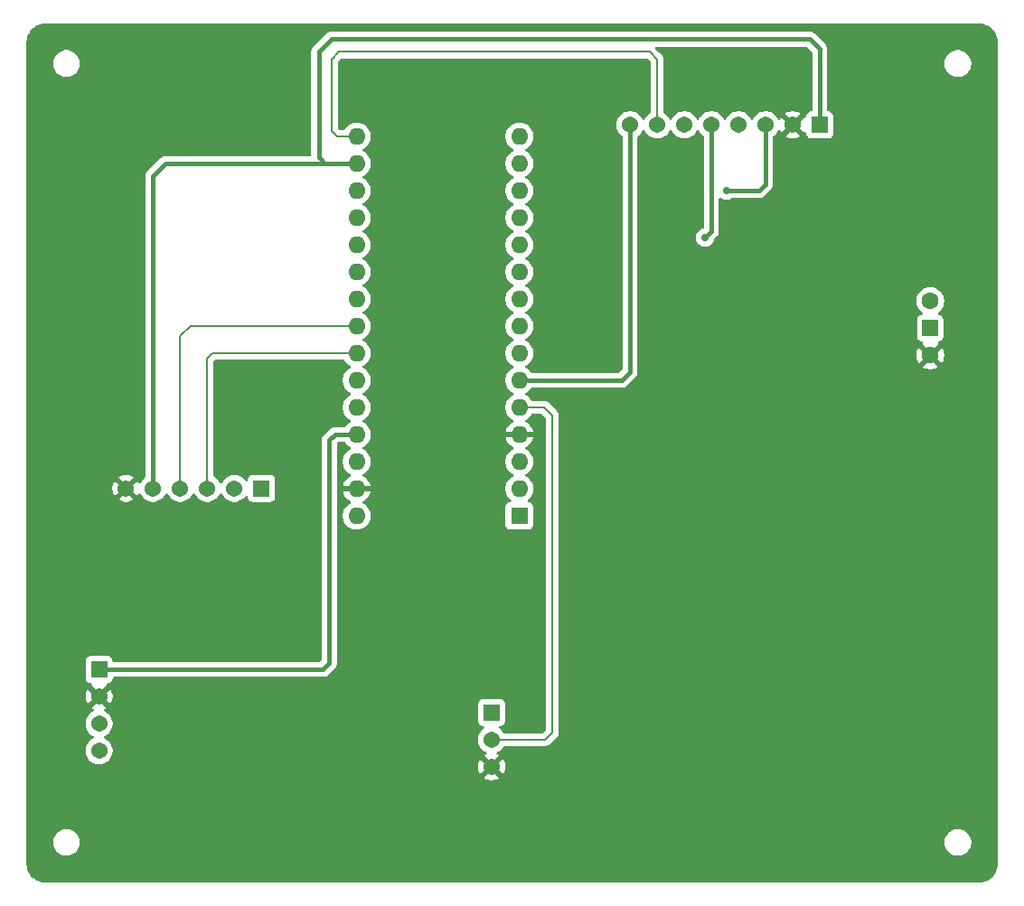
<source format=gtl>
G04 #@! TF.GenerationSoftware,KiCad,Pcbnew,9.0.2*
G04 #@! TF.CreationDate,2025-07-27T14:28:17-07:00*
G04 #@! TF.ProjectId,PortableWeatherStation,506f7274-6162-46c6-9557-656174686572,rev?*
G04 #@! TF.SameCoordinates,Original*
G04 #@! TF.FileFunction,Copper,L1,Top*
G04 #@! TF.FilePolarity,Positive*
%FSLAX46Y46*%
G04 Gerber Fmt 4.6, Leading zero omitted, Abs format (unit mm)*
G04 Created by KiCad (PCBNEW 9.0.2) date 2025-07-27 14:28:17*
%MOMM*%
%LPD*%
G01*
G04 APERTURE LIST*
G04 #@! TA.AperFunction,ComponentPad*
%ADD10R,1.540000X1.540000*%
G04 #@! TD*
G04 #@! TA.AperFunction,ComponentPad*
%ADD11C,1.540000*%
G04 #@! TD*
G04 #@! TA.AperFunction,ComponentPad*
%ADD12R,1.600000X1.600000*%
G04 #@! TD*
G04 #@! TA.AperFunction,ComponentPad*
%ADD13O,1.600000X1.600000*%
G04 #@! TD*
G04 #@! TA.AperFunction,ComponentPad*
%ADD14R,1.500000X1.500000*%
G04 #@! TD*
G04 #@! TA.AperFunction,ComponentPad*
%ADD15C,1.600000*%
G04 #@! TD*
G04 #@! TA.AperFunction,ViaPad*
%ADD16C,0.700000*%
G04 #@! TD*
G04 #@! TA.AperFunction,Conductor*
%ADD17C,0.400000*%
G04 #@! TD*
G04 #@! TA.AperFunction,Conductor*
%ADD18C,0.200000*%
G04 #@! TD*
G04 APERTURE END LIST*
D10*
X115850000Y-99905486D03*
D11*
X113310000Y-99905486D03*
X110770000Y-99905486D03*
X108230000Y-99905486D03*
X105690000Y-99905486D03*
X103150000Y-99905486D03*
D10*
X168150000Y-65845786D03*
D11*
X165610000Y-65845786D03*
X163070000Y-65845786D03*
X160530000Y-65845786D03*
X157990000Y-65845786D03*
X155450000Y-65845786D03*
X152910000Y-65845786D03*
X150370000Y-65845786D03*
D10*
X100626000Y-116890000D03*
D11*
X100626000Y-119430000D03*
X100626000Y-121970000D03*
X100626000Y-124510000D03*
D12*
X140000000Y-102480000D03*
D13*
X140000000Y-99940000D03*
X140000000Y-97400000D03*
X140000000Y-94860000D03*
X140000000Y-92320000D03*
X140000000Y-89780000D03*
X140000000Y-87240000D03*
X140000000Y-84700000D03*
X140000000Y-82160000D03*
X140000000Y-79620000D03*
X140000000Y-77080000D03*
X140000000Y-74540000D03*
X140000000Y-72000000D03*
X140000000Y-69460000D03*
X140000000Y-66920000D03*
X124760000Y-66920000D03*
X124760000Y-69460000D03*
X124760000Y-72000000D03*
X124760000Y-74540000D03*
X124760000Y-77080000D03*
X124760000Y-79620000D03*
X124760000Y-82160000D03*
X124760000Y-84700000D03*
X124760000Y-87240000D03*
X124760000Y-89780000D03*
X124760000Y-92320000D03*
X124760000Y-94860000D03*
X124760000Y-97400000D03*
X124760000Y-99940000D03*
X124760000Y-102480000D03*
D14*
X178500000Y-84895786D03*
D15*
X178500000Y-82355786D03*
X178500000Y-87435786D03*
D10*
X137400000Y-120920000D03*
D11*
X137400000Y-123460000D03*
X137400000Y-126000000D03*
D16*
X157400000Y-76400000D03*
X159400000Y-72000000D03*
D17*
X121610000Y-116890000D02*
X100626000Y-116890000D01*
X122200000Y-116300000D02*
X121610000Y-116890000D01*
X122740000Y-94860000D02*
X122200000Y-95400000D01*
X122200000Y-95400000D02*
X122200000Y-116300000D01*
X124760000Y-94860000D02*
X122740000Y-94860000D01*
X158000000Y-75800000D02*
X158000000Y-65855786D01*
X158000000Y-65855786D02*
X157990000Y-65845786D01*
X157400000Y-76400000D02*
X158000000Y-75800000D01*
D18*
X152910000Y-59710000D02*
X152200000Y-59000000D01*
X152200000Y-59000000D02*
X123100000Y-59000000D01*
X152910000Y-65845786D02*
X152910000Y-59710000D01*
X122400000Y-59700000D02*
X122400000Y-66400000D01*
X122920000Y-66920000D02*
X124760000Y-66920000D01*
X122400000Y-66400000D02*
X122920000Y-66920000D01*
X123100000Y-59000000D02*
X122400000Y-59700000D01*
X110770000Y-87730000D02*
X110770000Y-99905486D01*
X111260000Y-87240000D02*
X110770000Y-87730000D01*
X124760000Y-87240000D02*
X111260000Y-87240000D01*
X108230000Y-85670000D02*
X109200000Y-84700000D01*
X108230000Y-99905486D02*
X108230000Y-85670000D01*
X109200000Y-84700000D02*
X124760000Y-84700000D01*
D17*
X149620000Y-89780000D02*
X140000000Y-89780000D01*
X150370000Y-65845786D02*
X150370000Y-89030000D01*
X150370000Y-89030000D02*
X149620000Y-89780000D01*
D18*
X143100000Y-122800000D02*
X142440000Y-123460000D01*
X142280000Y-92320000D02*
X142300000Y-92300000D01*
X140000000Y-92320000D02*
X142280000Y-92320000D01*
X143100000Y-93100000D02*
X143100000Y-122800000D01*
X142440000Y-123460000D02*
X137400000Y-123460000D01*
X142300000Y-92300000D02*
X143100000Y-93100000D01*
D17*
X159400000Y-72000000D02*
X162440000Y-72000000D01*
X162440000Y-72000000D02*
X163070000Y-71370000D01*
X163070000Y-71370000D02*
X163070000Y-65845786D01*
X121200000Y-68900000D02*
X121200000Y-59000000D01*
X124760000Y-69460000D02*
X121760000Y-69460000D01*
X122400000Y-57800000D02*
X167200000Y-57800000D01*
X121760000Y-69460000D02*
X121200000Y-68900000D01*
X124760000Y-69460000D02*
X106840000Y-69460000D01*
X121200000Y-59000000D02*
X122400000Y-57800000D01*
X106840000Y-69460000D02*
X105690000Y-70610000D01*
X105690000Y-70610000D02*
X105690000Y-99905486D01*
X167200000Y-57800000D02*
X168150000Y-58750000D01*
X168150000Y-58750000D02*
X168150000Y-65845786D01*
G04 #@! TA.AperFunction,Conductor*
G36*
X166925520Y-58520185D02*
G01*
X166946162Y-58536819D01*
X167413181Y-59003838D01*
X167446666Y-59065161D01*
X167449500Y-59091519D01*
X167449500Y-64451464D01*
X167429815Y-64518503D01*
X167377011Y-64564258D01*
X167335381Y-64574488D01*
X167335429Y-64574932D01*
X167332134Y-64575286D01*
X167332131Y-64575286D01*
X167332128Y-64575287D01*
X167332122Y-64575287D01*
X167272516Y-64581694D01*
X167137671Y-64631988D01*
X167137664Y-64631992D01*
X167022455Y-64718238D01*
X167022452Y-64718241D01*
X166936206Y-64833450D01*
X166936202Y-64833457D01*
X166885908Y-64968303D01*
X166880554Y-65018108D01*
X166879501Y-65027909D01*
X166879500Y-65027921D01*
X166879500Y-65050817D01*
X166859815Y-65117856D01*
X166807011Y-65163611D01*
X166737853Y-65173555D01*
X166674297Y-65144530D01*
X166671633Y-65141627D01*
X166667995Y-65141341D01*
X166010000Y-65799337D01*
X166010000Y-65793125D01*
X165982741Y-65691392D01*
X165930080Y-65600180D01*
X165855606Y-65525706D01*
X165764394Y-65473045D01*
X165662661Y-65445786D01*
X165656445Y-65445786D01*
X166314443Y-64787788D01*
X166314443Y-64787787D01*
X166275625Y-64759585D01*
X166275623Y-64759584D01*
X166097508Y-64668829D01*
X165907393Y-64607058D01*
X165709950Y-64575786D01*
X165510050Y-64575786D01*
X165312606Y-64607058D01*
X165122491Y-64668829D01*
X164944372Y-64759586D01*
X164905555Y-64787787D01*
X164905555Y-64787788D01*
X165563553Y-65445786D01*
X165557339Y-65445786D01*
X165455606Y-65473045D01*
X165364394Y-65525706D01*
X165289920Y-65600180D01*
X165237259Y-65691392D01*
X165210000Y-65793125D01*
X165210000Y-65799339D01*
X164552002Y-65141341D01*
X164552001Y-65141341D01*
X164523798Y-65180161D01*
X164450764Y-65323496D01*
X164402789Y-65374292D01*
X164334968Y-65391086D01*
X164268833Y-65368548D01*
X164229795Y-65323495D01*
X164156629Y-65179899D01*
X164039083Y-65018111D01*
X163897675Y-64876703D01*
X163735887Y-64759157D01*
X163727931Y-64755103D01*
X163557700Y-64668365D01*
X163367511Y-64606570D01*
X163268750Y-64590928D01*
X163169991Y-64575286D01*
X162970009Y-64575286D01*
X162904169Y-64585714D01*
X162772488Y-64606570D01*
X162582299Y-64668365D01*
X162404112Y-64759157D01*
X162311806Y-64826221D01*
X162242325Y-64876703D01*
X162242323Y-64876705D01*
X162242322Y-64876705D01*
X162100919Y-65018108D01*
X162100919Y-65018109D01*
X162100917Y-65018111D01*
X162093795Y-65027914D01*
X161983367Y-65179903D01*
X161910484Y-65322944D01*
X161862510Y-65373740D01*
X161794689Y-65390535D01*
X161728554Y-65367997D01*
X161689516Y-65322944D01*
X161616632Y-65179903D01*
X161590932Y-65144530D01*
X161499083Y-65018111D01*
X161357675Y-64876703D01*
X161195887Y-64759157D01*
X161187931Y-64755103D01*
X161017700Y-64668365D01*
X160827511Y-64606570D01*
X160728750Y-64590928D01*
X160629991Y-64575286D01*
X160430009Y-64575286D01*
X160364169Y-64585714D01*
X160232488Y-64606570D01*
X160042299Y-64668365D01*
X159864112Y-64759157D01*
X159771806Y-64826221D01*
X159702325Y-64876703D01*
X159702323Y-64876705D01*
X159702322Y-64876705D01*
X159560919Y-65018108D01*
X159560919Y-65018109D01*
X159560917Y-65018111D01*
X159553795Y-65027914D01*
X159443367Y-65179903D01*
X159370484Y-65322944D01*
X159322510Y-65373740D01*
X159254689Y-65390535D01*
X159188554Y-65367997D01*
X159149516Y-65322944D01*
X159076632Y-65179903D01*
X159050932Y-65144530D01*
X158959083Y-65018111D01*
X158817675Y-64876703D01*
X158655887Y-64759157D01*
X158647931Y-64755103D01*
X158477700Y-64668365D01*
X158287511Y-64606570D01*
X158188750Y-64590928D01*
X158089991Y-64575286D01*
X157890009Y-64575286D01*
X157824169Y-64585714D01*
X157692488Y-64606570D01*
X157502299Y-64668365D01*
X157324112Y-64759157D01*
X157231806Y-64826221D01*
X157162325Y-64876703D01*
X157162323Y-64876705D01*
X157162322Y-64876705D01*
X157020919Y-65018108D01*
X157020919Y-65018109D01*
X157020917Y-65018111D01*
X157013795Y-65027914D01*
X156903367Y-65179903D01*
X156830484Y-65322944D01*
X156782510Y-65373740D01*
X156714689Y-65390535D01*
X156648554Y-65367997D01*
X156609516Y-65322944D01*
X156536632Y-65179903D01*
X156510932Y-65144530D01*
X156419083Y-65018111D01*
X156277675Y-64876703D01*
X156115887Y-64759157D01*
X156107931Y-64755103D01*
X155937700Y-64668365D01*
X155747511Y-64606570D01*
X155648750Y-64590928D01*
X155549991Y-64575286D01*
X155350009Y-64575286D01*
X155284169Y-64585714D01*
X155152488Y-64606570D01*
X154962299Y-64668365D01*
X154784112Y-64759157D01*
X154691806Y-64826221D01*
X154622325Y-64876703D01*
X154622323Y-64876705D01*
X154622322Y-64876705D01*
X154480919Y-65018108D01*
X154480919Y-65018109D01*
X154480917Y-65018111D01*
X154473795Y-65027914D01*
X154363367Y-65179903D01*
X154290484Y-65322944D01*
X154242510Y-65373740D01*
X154174689Y-65390535D01*
X154108554Y-65367997D01*
X154069516Y-65322944D01*
X153996632Y-65179903D01*
X153970932Y-65144530D01*
X153879083Y-65018111D01*
X153737675Y-64876703D01*
X153575887Y-64759157D01*
X153575886Y-64759156D01*
X153575880Y-64759152D01*
X153571735Y-64756612D01*
X153572659Y-64755103D01*
X153527404Y-64712354D01*
X153510500Y-64649853D01*
X153510500Y-59799060D01*
X153510501Y-59799047D01*
X153510501Y-59630944D01*
X153507618Y-59620185D01*
X153469577Y-59478216D01*
X153441959Y-59430380D01*
X153390524Y-59341290D01*
X153390518Y-59341282D01*
X153089393Y-59040157D01*
X152761415Y-58712180D01*
X152727931Y-58650858D01*
X152732915Y-58581167D01*
X152774786Y-58525233D01*
X152840251Y-58500816D01*
X152849097Y-58500500D01*
X166858481Y-58500500D01*
X166925520Y-58520185D01*
G37*
G04 #@! TD.AperFunction*
G04 #@! TA.AperFunction,Conductor*
G36*
X183090206Y-56336601D02*
G01*
X183325931Y-56353459D01*
X183343432Y-56355976D01*
X183570013Y-56405264D01*
X183586989Y-56410248D01*
X183804257Y-56491283D01*
X183820350Y-56498633D01*
X184023857Y-56609755D01*
X184038740Y-56619319D01*
X184224378Y-56758283D01*
X184237750Y-56769869D01*
X184401719Y-56933836D01*
X184413298Y-56947199D01*
X184552265Y-57132833D01*
X184561825Y-57147709D01*
X184672961Y-57351235D01*
X184680309Y-57367327D01*
X184680310Y-57367329D01*
X184761342Y-57584580D01*
X184766327Y-57601555D01*
X184815619Y-57828139D01*
X184818137Y-57845651D01*
X184834970Y-58080978D01*
X184835286Y-58089825D01*
X184835286Y-135081361D01*
X184834970Y-135090207D01*
X184818112Y-135325924D01*
X184815594Y-135343435D01*
X184766307Y-135570010D01*
X184761323Y-135586986D01*
X184680290Y-135804249D01*
X184672940Y-135820343D01*
X184561812Y-136023858D01*
X184552247Y-136038741D01*
X184413288Y-136224369D01*
X184401702Y-136237740D01*
X184237740Y-136401702D01*
X184224369Y-136413288D01*
X184038741Y-136552247D01*
X184023858Y-136561812D01*
X183820343Y-136672940D01*
X183804249Y-136680290D01*
X183586986Y-136761323D01*
X183570010Y-136766307D01*
X183343435Y-136815594D01*
X183325924Y-136818112D01*
X183130382Y-136832096D01*
X183090205Y-136834970D01*
X183081362Y-136835286D01*
X95590217Y-136835286D01*
X95581370Y-136834970D01*
X95345655Y-136818109D01*
X95328143Y-136815591D01*
X95101563Y-136766300D01*
X95084588Y-136761315D01*
X94867338Y-136680283D01*
X94851245Y-136672934D01*
X94647727Y-136561804D01*
X94632843Y-136552238D01*
X94447221Y-136413280D01*
X94433850Y-136401694D01*
X94269889Y-136237730D01*
X94258304Y-136224360D01*
X94119342Y-136038726D01*
X94109789Y-136023863D01*
X93998651Y-135820327D01*
X93991307Y-135804244D01*
X93910271Y-135586971D01*
X93905292Y-135570010D01*
X93856004Y-135343428D01*
X93853487Y-135325927D01*
X93839882Y-135135680D01*
X93836602Y-135089811D01*
X93836286Y-135080966D01*
X93836286Y-132987363D01*
X96335286Y-132987363D01*
X96335286Y-133184208D01*
X96366076Y-133378612D01*
X96426903Y-133565815D01*
X96477521Y-133665157D01*
X96516262Y-133741191D01*
X96631958Y-133900432D01*
X96771140Y-134039614D01*
X96930381Y-134155310D01*
X97013241Y-134197529D01*
X97105756Y-134244668D01*
X97105758Y-134244668D01*
X97105761Y-134244670D01*
X97206103Y-134277273D01*
X97292959Y-134305495D01*
X97487364Y-134336286D01*
X97487369Y-134336286D01*
X97684208Y-134336286D01*
X97878612Y-134305495D01*
X98065811Y-134244670D01*
X98241191Y-134155310D01*
X98400432Y-134039614D01*
X98539614Y-133900432D01*
X98655310Y-133741191D01*
X98744670Y-133565811D01*
X98805495Y-133378612D01*
X98817415Y-133303354D01*
X98836286Y-133184208D01*
X98836286Y-132987363D01*
X179835286Y-132987363D01*
X179835286Y-133184208D01*
X179866076Y-133378612D01*
X179926903Y-133565815D01*
X179977521Y-133665157D01*
X180016262Y-133741191D01*
X180131958Y-133900432D01*
X180271140Y-134039614D01*
X180430381Y-134155310D01*
X180513241Y-134197529D01*
X180605756Y-134244668D01*
X180605758Y-134244668D01*
X180605761Y-134244670D01*
X180706103Y-134277273D01*
X180792959Y-134305495D01*
X180987364Y-134336286D01*
X180987369Y-134336286D01*
X181184208Y-134336286D01*
X181378612Y-134305495D01*
X181565811Y-134244670D01*
X181741191Y-134155310D01*
X181900432Y-134039614D01*
X182039614Y-133900432D01*
X182155310Y-133741191D01*
X182244670Y-133565811D01*
X182305495Y-133378612D01*
X182317415Y-133303354D01*
X182336286Y-133184208D01*
X182336286Y-132987363D01*
X182305495Y-132792959D01*
X182244668Y-132605756D01*
X182155309Y-132430380D01*
X182110393Y-132368559D01*
X182039614Y-132271140D01*
X181900432Y-132131958D01*
X181741191Y-132016262D01*
X181565815Y-131926903D01*
X181378612Y-131866076D01*
X181184208Y-131835286D01*
X181184203Y-131835286D01*
X180987369Y-131835286D01*
X180987364Y-131835286D01*
X180792959Y-131866076D01*
X180605756Y-131926903D01*
X180430380Y-132016262D01*
X180339527Y-132082271D01*
X180271140Y-132131958D01*
X180271138Y-132131960D01*
X180271137Y-132131960D01*
X180131960Y-132271137D01*
X180131960Y-132271138D01*
X180131958Y-132271140D01*
X180082271Y-132339527D01*
X180016262Y-132430380D01*
X179926903Y-132605756D01*
X179866076Y-132792959D01*
X179835286Y-132987363D01*
X98836286Y-132987363D01*
X98805495Y-132792959D01*
X98744668Y-132605756D01*
X98655309Y-132430380D01*
X98610393Y-132368559D01*
X98539614Y-132271140D01*
X98400432Y-132131958D01*
X98241191Y-132016262D01*
X98065815Y-131926903D01*
X97878612Y-131866076D01*
X97684208Y-131835286D01*
X97684203Y-131835286D01*
X97487369Y-131835286D01*
X97487364Y-131835286D01*
X97292959Y-131866076D01*
X97105756Y-131926903D01*
X96930380Y-132016262D01*
X96839527Y-132082271D01*
X96771140Y-132131958D01*
X96771138Y-132131960D01*
X96771137Y-132131960D01*
X96631960Y-132271137D01*
X96631960Y-132271138D01*
X96631958Y-132271140D01*
X96582271Y-132339527D01*
X96516262Y-132430380D01*
X96426903Y-132605756D01*
X96366076Y-132792959D01*
X96335286Y-132987363D01*
X93836286Y-132987363D01*
X93836286Y-116072131D01*
X99355500Y-116072131D01*
X99355500Y-117707870D01*
X99355501Y-117707876D01*
X99361908Y-117767483D01*
X99412202Y-117902328D01*
X99412206Y-117902335D01*
X99498452Y-118017544D01*
X99498455Y-118017547D01*
X99613664Y-118103793D01*
X99613671Y-118103797D01*
X99658618Y-118120561D01*
X99748517Y-118154091D01*
X99808127Y-118160500D01*
X99831026Y-118160499D01*
X99898063Y-118180181D01*
X99943820Y-118232983D01*
X99953767Y-118302141D01*
X99924744Y-118365698D01*
X99921841Y-118368361D01*
X99921555Y-118372002D01*
X100579553Y-119030000D01*
X100573339Y-119030000D01*
X100471606Y-119057259D01*
X100380394Y-119109920D01*
X100305920Y-119184394D01*
X100253259Y-119275606D01*
X100226000Y-119377339D01*
X100226000Y-119383553D01*
X99568002Y-118725555D01*
X99568001Y-118725555D01*
X99539800Y-118764372D01*
X99449043Y-118942491D01*
X99387272Y-119132606D01*
X99356000Y-119330049D01*
X99356000Y-119529950D01*
X99387272Y-119727393D01*
X99449043Y-119917508D01*
X99539798Y-120095623D01*
X99539799Y-120095625D01*
X99568001Y-120134443D01*
X99568002Y-120134443D01*
X100226000Y-119476445D01*
X100226000Y-119482661D01*
X100253259Y-119584394D01*
X100305920Y-119675606D01*
X100380394Y-119750080D01*
X100471606Y-119802741D01*
X100573339Y-119830000D01*
X100579553Y-119830000D01*
X99921555Y-120487995D01*
X99921555Y-120487996D01*
X99960379Y-120516202D01*
X100103709Y-120589234D01*
X100154505Y-120637209D01*
X100171300Y-120705030D01*
X100148762Y-120771165D01*
X100103710Y-120810203D01*
X99960114Y-120883369D01*
X99846931Y-120965602D01*
X99798325Y-121000917D01*
X99798323Y-121000919D01*
X99798322Y-121000919D01*
X99656919Y-121142322D01*
X99656919Y-121142323D01*
X99656917Y-121142325D01*
X99606435Y-121211806D01*
X99539371Y-121304112D01*
X99448579Y-121482299D01*
X99386784Y-121672488D01*
X99355500Y-121870009D01*
X99355500Y-122069990D01*
X99386784Y-122267511D01*
X99448579Y-122457700D01*
X99504241Y-122566942D01*
X99539371Y-122635887D01*
X99656917Y-122797675D01*
X99798325Y-122939083D01*
X99925917Y-123031784D01*
X99960117Y-123056632D01*
X100103158Y-123129516D01*
X100153954Y-123177490D01*
X100170749Y-123245311D01*
X100148211Y-123311446D01*
X100103158Y-123350484D01*
X99960117Y-123423367D01*
X99852254Y-123501735D01*
X99798325Y-123540917D01*
X99798323Y-123540919D01*
X99798322Y-123540919D01*
X99656919Y-123682322D01*
X99656919Y-123682323D01*
X99656917Y-123682325D01*
X99606435Y-123751806D01*
X99539371Y-123844112D01*
X99448579Y-124022299D01*
X99386784Y-124212488D01*
X99355500Y-124410009D01*
X99355500Y-124609990D01*
X99386784Y-124807511D01*
X99448579Y-124997700D01*
X99448581Y-124997703D01*
X99539371Y-125175887D01*
X99656917Y-125337675D01*
X99798325Y-125479083D01*
X99960113Y-125596629D01*
X100057884Y-125646446D01*
X100138299Y-125687420D01*
X100185038Y-125702606D01*
X100328490Y-125749216D01*
X100526009Y-125780500D01*
X100526010Y-125780500D01*
X100725990Y-125780500D01*
X100725991Y-125780500D01*
X100923510Y-125749216D01*
X101113703Y-125687419D01*
X101291887Y-125596629D01*
X101453675Y-125479083D01*
X101595083Y-125337675D01*
X101712629Y-125175887D01*
X101803419Y-124997703D01*
X101865216Y-124807510D01*
X101896500Y-124609991D01*
X101896500Y-124410009D01*
X101865216Y-124212490D01*
X101803419Y-124022297D01*
X101712629Y-123844113D01*
X101595083Y-123682325D01*
X101453675Y-123540917D01*
X101291887Y-123423371D01*
X101148840Y-123350484D01*
X101098045Y-123302510D01*
X101081250Y-123234689D01*
X101103788Y-123168554D01*
X101148841Y-123129515D01*
X101291887Y-123056629D01*
X101453675Y-122939083D01*
X101595083Y-122797675D01*
X101712629Y-122635887D01*
X101803419Y-122457703D01*
X101865216Y-122267510D01*
X101896500Y-122069991D01*
X101896500Y-121870009D01*
X101865216Y-121672490D01*
X101803419Y-121482297D01*
X101712629Y-121304113D01*
X101595083Y-121142325D01*
X101453675Y-121000917D01*
X101291887Y-120883371D01*
X101148290Y-120810204D01*
X101097494Y-120762229D01*
X101080699Y-120694408D01*
X101103237Y-120628273D01*
X101148290Y-120589234D01*
X101291617Y-120516204D01*
X101291630Y-120516196D01*
X101330443Y-120487997D01*
X101330444Y-120487996D01*
X100672447Y-119830000D01*
X100678661Y-119830000D01*
X100780394Y-119802741D01*
X100871606Y-119750080D01*
X100946080Y-119675606D01*
X100998741Y-119584394D01*
X101026000Y-119482661D01*
X101026000Y-119476447D01*
X101683996Y-120134444D01*
X101683997Y-120134443D01*
X101712196Y-120095630D01*
X101712204Y-120095617D01*
X101802956Y-119917508D01*
X101864727Y-119727393D01*
X101896000Y-119529950D01*
X101896000Y-119330049D01*
X101864727Y-119132606D01*
X101802956Y-118942491D01*
X101712202Y-118764378D01*
X101683996Y-118725555D01*
X101683995Y-118725555D01*
X101026000Y-119383551D01*
X101026000Y-119377339D01*
X100998741Y-119275606D01*
X100946080Y-119184394D01*
X100871606Y-119109920D01*
X100780394Y-119057259D01*
X100678661Y-119030000D01*
X100672445Y-119030000D01*
X101330443Y-118372002D01*
X101329561Y-118360798D01*
X101305418Y-118329490D01*
X101299437Y-118259876D01*
X101332042Y-118198081D01*
X101392880Y-118163722D01*
X101420967Y-118160499D01*
X101443872Y-118160499D01*
X101503483Y-118154091D01*
X101638331Y-118103796D01*
X101753546Y-118017546D01*
X101839796Y-117902331D01*
X101890091Y-117767483D01*
X101896500Y-117707873D01*
X101896500Y-117707870D01*
X101896502Y-117707838D01*
X101896504Y-117707830D01*
X101896855Y-117704572D01*
X101897625Y-117704654D01*
X101919760Y-117641953D01*
X101974946Y-117599101D01*
X102020323Y-117590500D01*
X121678996Y-117590500D01*
X121770040Y-117572389D01*
X121814328Y-117563580D01*
X121878069Y-117537177D01*
X121941807Y-117510777D01*
X121941808Y-117510776D01*
X121941811Y-117510775D01*
X122056543Y-117434114D01*
X122744114Y-116746543D01*
X122820775Y-116631811D01*
X122873580Y-116504328D01*
X122900500Y-116368994D01*
X122900500Y-116231006D01*
X122900500Y-95741518D01*
X122909144Y-95712077D01*
X122915668Y-95682091D01*
X122919422Y-95677075D01*
X122920185Y-95674479D01*
X122936819Y-95653837D01*
X122993837Y-95596819D01*
X123055160Y-95563334D01*
X123081518Y-95560500D01*
X123598256Y-95560500D01*
X123665295Y-95580185D01*
X123698575Y-95611616D01*
X123768030Y-95707215D01*
X123912786Y-95851971D01*
X124067749Y-95964556D01*
X124078390Y-95972287D01*
X124169840Y-96018883D01*
X124171080Y-96019515D01*
X124221876Y-96067490D01*
X124238671Y-96135311D01*
X124216134Y-96201446D01*
X124171080Y-96240485D01*
X124078386Y-96287715D01*
X123912786Y-96408028D01*
X123768028Y-96552786D01*
X123647715Y-96718386D01*
X123554781Y-96900776D01*
X123491522Y-97095465D01*
X123459500Y-97297648D01*
X123459500Y-97502351D01*
X123491522Y-97704534D01*
X123554781Y-97899223D01*
X123647715Y-98081613D01*
X123768028Y-98247213D01*
X123912786Y-98391971D01*
X124067749Y-98504556D01*
X124078390Y-98512287D01*
X124150424Y-98548990D01*
X124171629Y-98559795D01*
X124222425Y-98607770D01*
X124239220Y-98675591D01*
X124216682Y-98741726D01*
X124171629Y-98780765D01*
X124078650Y-98828140D01*
X123913105Y-98948417D01*
X123913104Y-98948417D01*
X123768417Y-99093104D01*
X123768417Y-99093105D01*
X123648140Y-99258650D01*
X123555244Y-99440970D01*
X123492009Y-99635586D01*
X123483391Y-99690000D01*
X124326988Y-99690000D01*
X124294075Y-99747007D01*
X124260000Y-99874174D01*
X124260000Y-100005826D01*
X124294075Y-100132993D01*
X124326988Y-100190000D01*
X123483391Y-100190000D01*
X123492009Y-100244413D01*
X123555244Y-100439029D01*
X123648140Y-100621349D01*
X123768417Y-100786894D01*
X123768417Y-100786895D01*
X123913104Y-100931582D01*
X124078652Y-101051861D01*
X124171628Y-101099234D01*
X124222425Y-101147208D01*
X124239220Y-101215029D01*
X124216683Y-101281164D01*
X124171630Y-101320203D01*
X124078388Y-101367713D01*
X123912786Y-101488028D01*
X123768028Y-101632786D01*
X123647715Y-101798386D01*
X123554781Y-101980776D01*
X123491522Y-102175465D01*
X123459500Y-102377648D01*
X123459500Y-102582351D01*
X123491522Y-102784534D01*
X123554781Y-102979223D01*
X123647715Y-103161613D01*
X123768028Y-103327213D01*
X123912786Y-103471971D01*
X124067749Y-103584556D01*
X124078390Y-103592287D01*
X124167212Y-103637544D01*
X124260776Y-103685218D01*
X124260778Y-103685218D01*
X124260781Y-103685220D01*
X124365137Y-103719127D01*
X124455465Y-103748477D01*
X124556557Y-103764488D01*
X124657648Y-103780500D01*
X124657649Y-103780500D01*
X124862351Y-103780500D01*
X124862352Y-103780500D01*
X125064534Y-103748477D01*
X125259219Y-103685220D01*
X125441610Y-103592287D01*
X125537901Y-103522328D01*
X125607213Y-103471971D01*
X125607215Y-103471968D01*
X125607219Y-103471966D01*
X125751966Y-103327219D01*
X125751968Y-103327215D01*
X125751971Y-103327213D01*
X125804732Y-103254590D01*
X125872287Y-103161610D01*
X125965220Y-102979219D01*
X126028477Y-102784534D01*
X126060500Y-102582352D01*
X126060500Y-102377648D01*
X126028477Y-102175466D01*
X125965220Y-101980781D01*
X125965218Y-101980778D01*
X125965218Y-101980776D01*
X125931503Y-101914607D01*
X125872287Y-101798390D01*
X125864556Y-101787749D01*
X125751971Y-101632786D01*
X125607213Y-101488028D01*
X125441611Y-101367713D01*
X125348369Y-101320203D01*
X125297574Y-101272229D01*
X125280779Y-101204407D01*
X125303317Y-101138273D01*
X125348371Y-101099234D01*
X125441347Y-101051861D01*
X125606894Y-100931582D01*
X125606895Y-100931582D01*
X125751582Y-100786895D01*
X125751582Y-100786894D01*
X125871859Y-100621349D01*
X125964755Y-100439029D01*
X126027990Y-100244413D01*
X126036609Y-100190000D01*
X125193012Y-100190000D01*
X125225925Y-100132993D01*
X125260000Y-100005826D01*
X125260000Y-99874174D01*
X125225925Y-99747007D01*
X125193012Y-99690000D01*
X126036609Y-99690000D01*
X126027990Y-99635586D01*
X125964755Y-99440970D01*
X125871859Y-99258650D01*
X125751582Y-99093105D01*
X125751582Y-99093104D01*
X125606895Y-98948417D01*
X125441349Y-98828140D01*
X125348370Y-98780765D01*
X125297574Y-98732790D01*
X125280779Y-98664969D01*
X125303316Y-98598835D01*
X125348370Y-98559795D01*
X125348920Y-98559515D01*
X125441610Y-98512287D01*
X125462770Y-98496913D01*
X125607213Y-98391971D01*
X125607215Y-98391968D01*
X125607219Y-98391966D01*
X125751966Y-98247219D01*
X125751968Y-98247215D01*
X125751971Y-98247213D01*
X125804732Y-98174590D01*
X125872287Y-98081610D01*
X125965220Y-97899219D01*
X126028477Y-97704534D01*
X126060500Y-97502352D01*
X126060500Y-97297648D01*
X126028477Y-97095466D01*
X125965220Y-96900781D01*
X125965218Y-96900778D01*
X125965218Y-96900776D01*
X125931503Y-96834607D01*
X125872287Y-96718390D01*
X125864556Y-96707749D01*
X125751971Y-96552786D01*
X125607213Y-96408028D01*
X125441614Y-96287715D01*
X125435006Y-96284348D01*
X125348917Y-96240483D01*
X125298123Y-96192511D01*
X125281328Y-96124690D01*
X125303865Y-96058555D01*
X125348917Y-96019516D01*
X125441610Y-95972287D01*
X125462770Y-95956913D01*
X125607213Y-95851971D01*
X125607215Y-95851968D01*
X125607219Y-95851966D01*
X125751966Y-95707219D01*
X125751968Y-95707215D01*
X125751971Y-95707213D01*
X125821425Y-95611616D01*
X125872287Y-95541610D01*
X125965220Y-95359219D01*
X126028477Y-95164534D01*
X126060500Y-94962352D01*
X126060500Y-94757648D01*
X126046144Y-94667007D01*
X126028477Y-94555465D01*
X125965218Y-94360776D01*
X125931503Y-94294607D01*
X125872287Y-94178390D01*
X125852424Y-94151051D01*
X125751971Y-94012786D01*
X125607213Y-93868028D01*
X125441614Y-93747715D01*
X125435006Y-93744348D01*
X125348917Y-93700483D01*
X125298123Y-93652511D01*
X125281328Y-93584690D01*
X125303865Y-93518555D01*
X125348917Y-93479516D01*
X125441610Y-93432287D01*
X125522195Y-93373739D01*
X125607213Y-93311971D01*
X125607215Y-93311968D01*
X125607219Y-93311966D01*
X125751966Y-93167219D01*
X125751968Y-93167215D01*
X125751971Y-93167213D01*
X125858239Y-93020945D01*
X125872287Y-93001610D01*
X125965220Y-92819219D01*
X126028477Y-92624534D01*
X126060500Y-92422352D01*
X126060500Y-92217648D01*
X126028477Y-92015466D01*
X125965220Y-91820781D01*
X125965218Y-91820778D01*
X125965218Y-91820776D01*
X125924275Y-91740423D01*
X125872287Y-91638390D01*
X125864556Y-91627749D01*
X125751971Y-91472786D01*
X125607213Y-91328028D01*
X125441614Y-91207715D01*
X125435006Y-91204348D01*
X125348917Y-91160483D01*
X125298123Y-91112511D01*
X125281328Y-91044690D01*
X125303865Y-90978555D01*
X125348917Y-90939516D01*
X125441610Y-90892287D01*
X125462770Y-90876913D01*
X125607213Y-90771971D01*
X125607215Y-90771968D01*
X125607219Y-90771966D01*
X125751966Y-90627219D01*
X125751968Y-90627215D01*
X125751971Y-90627213D01*
X125852424Y-90488949D01*
X125872287Y-90461610D01*
X125965220Y-90279219D01*
X126028477Y-90084534D01*
X126060500Y-89882352D01*
X126060500Y-89677648D01*
X126028477Y-89475466D01*
X125965220Y-89280781D01*
X125965218Y-89280778D01*
X125965218Y-89280776D01*
X125931503Y-89214607D01*
X125872287Y-89098390D01*
X125832176Y-89043181D01*
X125751971Y-88932786D01*
X125607213Y-88788028D01*
X125441614Y-88667715D01*
X125388282Y-88640541D01*
X125348917Y-88620483D01*
X125298123Y-88572511D01*
X125281328Y-88504690D01*
X125303865Y-88438555D01*
X125348917Y-88399516D01*
X125441610Y-88352287D01*
X125462770Y-88336913D01*
X125607213Y-88231971D01*
X125607215Y-88231968D01*
X125607219Y-88231966D01*
X125751966Y-88087219D01*
X125751968Y-88087215D01*
X125751971Y-88087213D01*
X125814854Y-88000660D01*
X125872287Y-87921610D01*
X125965220Y-87739219D01*
X126028477Y-87544534D01*
X126060500Y-87342352D01*
X126060500Y-87137648D01*
X126028477Y-86935466D01*
X125965220Y-86740781D01*
X125965218Y-86740778D01*
X125965218Y-86740776D01*
X125931503Y-86674607D01*
X125872287Y-86558390D01*
X125864556Y-86547749D01*
X125751971Y-86392786D01*
X125607213Y-86248028D01*
X125441614Y-86127715D01*
X125435006Y-86124348D01*
X125348917Y-86080483D01*
X125298123Y-86032511D01*
X125281328Y-85964690D01*
X125303865Y-85898555D01*
X125348917Y-85859516D01*
X125441610Y-85812287D01*
X125522842Y-85753269D01*
X125607213Y-85691971D01*
X125607215Y-85691968D01*
X125607219Y-85691966D01*
X125751966Y-85547219D01*
X125751968Y-85547215D01*
X125751971Y-85547213D01*
X125831163Y-85438213D01*
X125872287Y-85381610D01*
X125965220Y-85199219D01*
X126028477Y-85004534D01*
X126060500Y-84802352D01*
X126060500Y-84597648D01*
X126028477Y-84395466D01*
X125965220Y-84200781D01*
X125965218Y-84200778D01*
X125965218Y-84200776D01*
X125931503Y-84134607D01*
X125872287Y-84018390D01*
X125864556Y-84007749D01*
X125751971Y-83852786D01*
X125607213Y-83708028D01*
X125441614Y-83587715D01*
X125435006Y-83584348D01*
X125348917Y-83540483D01*
X125298123Y-83492511D01*
X125281328Y-83424690D01*
X125303865Y-83358555D01*
X125348917Y-83319516D01*
X125441610Y-83272287D01*
X125462770Y-83256913D01*
X125607213Y-83151971D01*
X125607215Y-83151968D01*
X125607219Y-83151966D01*
X125751966Y-83007219D01*
X125751968Y-83007215D01*
X125751971Y-83007213D01*
X125804732Y-82934590D01*
X125872287Y-82841610D01*
X125965220Y-82659219D01*
X126028477Y-82464534D01*
X126060500Y-82262352D01*
X126060500Y-82057648D01*
X126059487Y-82051251D01*
X126028477Y-81855465D01*
X125965218Y-81660776D01*
X125931503Y-81594607D01*
X125872287Y-81478390D01*
X125864556Y-81467749D01*
X125751971Y-81312786D01*
X125607213Y-81168028D01*
X125441614Y-81047715D01*
X125435006Y-81044348D01*
X125348917Y-81000483D01*
X125298123Y-80952511D01*
X125281328Y-80884690D01*
X125303865Y-80818555D01*
X125348917Y-80779516D01*
X125441610Y-80732287D01*
X125462770Y-80716913D01*
X125607213Y-80611971D01*
X125607215Y-80611968D01*
X125607219Y-80611966D01*
X125751966Y-80467219D01*
X125751968Y-80467215D01*
X125751971Y-80467213D01*
X125804732Y-80394590D01*
X125872287Y-80301610D01*
X125965220Y-80119219D01*
X126028477Y-79924534D01*
X126060500Y-79722352D01*
X126060500Y-79517648D01*
X126028477Y-79315466D01*
X125965220Y-79120781D01*
X125965218Y-79120778D01*
X125965218Y-79120776D01*
X125931503Y-79054607D01*
X125872287Y-78938390D01*
X125864556Y-78927749D01*
X125751971Y-78772786D01*
X125607213Y-78628028D01*
X125441614Y-78507715D01*
X125435006Y-78504348D01*
X125348917Y-78460483D01*
X125298123Y-78412511D01*
X125281328Y-78344690D01*
X125303865Y-78278555D01*
X125348917Y-78239516D01*
X125441610Y-78192287D01*
X125462770Y-78176913D01*
X125607213Y-78071971D01*
X125607215Y-78071968D01*
X125607219Y-78071966D01*
X125751966Y-77927219D01*
X125751968Y-77927215D01*
X125751971Y-77927213D01*
X125804732Y-77854590D01*
X125872287Y-77761610D01*
X125965220Y-77579219D01*
X126028477Y-77384534D01*
X126060500Y-77182352D01*
X126060500Y-76977648D01*
X126028477Y-76775465D01*
X125987085Y-76648074D01*
X125965220Y-76580781D01*
X125965218Y-76580778D01*
X125965218Y-76580776D01*
X125915789Y-76483767D01*
X125872287Y-76398390D01*
X125864556Y-76387749D01*
X125751971Y-76232786D01*
X125607213Y-76088028D01*
X125441614Y-75967715D01*
X125413629Y-75953456D01*
X125348917Y-75920483D01*
X125298123Y-75872511D01*
X125281328Y-75804690D01*
X125303865Y-75738555D01*
X125348917Y-75699516D01*
X125441610Y-75652287D01*
X125462770Y-75636913D01*
X125607213Y-75531971D01*
X125607215Y-75531968D01*
X125607219Y-75531966D01*
X125751966Y-75387219D01*
X125751968Y-75387215D01*
X125751971Y-75387213D01*
X125804732Y-75314590D01*
X125872287Y-75221610D01*
X125965220Y-75039219D01*
X126028477Y-74844534D01*
X126060500Y-74642352D01*
X126060500Y-74437648D01*
X126028477Y-74235466D01*
X125965220Y-74040781D01*
X125965218Y-74040778D01*
X125965218Y-74040776D01*
X125931503Y-73974607D01*
X125872287Y-73858390D01*
X125864556Y-73847749D01*
X125751971Y-73692786D01*
X125607213Y-73548028D01*
X125441614Y-73427715D01*
X125435006Y-73424348D01*
X125348917Y-73380483D01*
X125298123Y-73332511D01*
X125281328Y-73264690D01*
X125303865Y-73198555D01*
X125348917Y-73159516D01*
X125441610Y-73112287D01*
X125462770Y-73096913D01*
X125607213Y-72991971D01*
X125607215Y-72991968D01*
X125607219Y-72991966D01*
X125751966Y-72847219D01*
X125751968Y-72847215D01*
X125751971Y-72847213D01*
X125819912Y-72753699D01*
X125872287Y-72681610D01*
X125965220Y-72499219D01*
X126028477Y-72304534D01*
X126060500Y-72102352D01*
X126060500Y-71897648D01*
X126028477Y-71695466D01*
X125965220Y-71500781D01*
X125965218Y-71500778D01*
X125965218Y-71500776D01*
X125931503Y-71434607D01*
X125872287Y-71318390D01*
X125843380Y-71278602D01*
X125751971Y-71152786D01*
X125607213Y-71008028D01*
X125441614Y-70887715D01*
X125435006Y-70884348D01*
X125348917Y-70840483D01*
X125298123Y-70792511D01*
X125281328Y-70724690D01*
X125303865Y-70658555D01*
X125348917Y-70619516D01*
X125441610Y-70572287D01*
X125484668Y-70541004D01*
X125607213Y-70451971D01*
X125607215Y-70451968D01*
X125607219Y-70451966D01*
X125751966Y-70307219D01*
X125751968Y-70307215D01*
X125751971Y-70307213D01*
X125821425Y-70211616D01*
X125872287Y-70141610D01*
X125965220Y-69959219D01*
X126028477Y-69764534D01*
X126060500Y-69562352D01*
X126060500Y-69357648D01*
X126028477Y-69155466D01*
X125965220Y-68960781D01*
X125965218Y-68960778D01*
X125965218Y-68960776D01*
X125903284Y-68839225D01*
X125872287Y-68778390D01*
X125847543Y-68744332D01*
X125751971Y-68612786D01*
X125607213Y-68468028D01*
X125441614Y-68347715D01*
X125435006Y-68344348D01*
X125348917Y-68300483D01*
X125298123Y-68252511D01*
X125281328Y-68184690D01*
X125303865Y-68118555D01*
X125348917Y-68079516D01*
X125441610Y-68032287D01*
X125462770Y-68016913D01*
X125607213Y-67911971D01*
X125607215Y-67911968D01*
X125607219Y-67911966D01*
X125751966Y-67767219D01*
X125751968Y-67767215D01*
X125751971Y-67767213D01*
X125804732Y-67694590D01*
X125872287Y-67601610D01*
X125965220Y-67419219D01*
X126028477Y-67224534D01*
X126060500Y-67022352D01*
X126060500Y-66817648D01*
X126045552Y-66723269D01*
X126028477Y-66615465D01*
X125965218Y-66420776D01*
X125915409Y-66323022D01*
X125872287Y-66238390D01*
X125819596Y-66165866D01*
X125751971Y-66072786D01*
X125607213Y-65928028D01*
X125441613Y-65807715D01*
X125441612Y-65807714D01*
X125441610Y-65807713D01*
X125384653Y-65778691D01*
X125259223Y-65714781D01*
X125064534Y-65651522D01*
X124889995Y-65623878D01*
X124862352Y-65619500D01*
X124657648Y-65619500D01*
X124633329Y-65623351D01*
X124455465Y-65651522D01*
X124260776Y-65714781D01*
X124078386Y-65807715D01*
X123912786Y-65928028D01*
X123768028Y-66072786D01*
X123647715Y-66238385D01*
X123640883Y-66251795D01*
X123592909Y-66302591D01*
X123530398Y-66319500D01*
X123220097Y-66319500D01*
X123190656Y-66310855D01*
X123160670Y-66304332D01*
X123155654Y-66300577D01*
X123153058Y-66299815D01*
X123132416Y-66283181D01*
X123036819Y-66187584D01*
X123003334Y-66126261D01*
X123000500Y-66099903D01*
X123000500Y-60000097D01*
X123020185Y-59933058D01*
X123036819Y-59912416D01*
X123312416Y-59636819D01*
X123373739Y-59603334D01*
X123400097Y-59600500D01*
X151899903Y-59600500D01*
X151966942Y-59620185D01*
X151987584Y-59636819D01*
X152273181Y-59922416D01*
X152306666Y-59983739D01*
X152309500Y-60010097D01*
X152309500Y-64649853D01*
X152289815Y-64716892D01*
X152247427Y-64755245D01*
X152248265Y-64756612D01*
X152244119Y-64759152D01*
X152156829Y-64822571D01*
X152082325Y-64876703D01*
X152082323Y-64876705D01*
X152082322Y-64876705D01*
X151940919Y-65018108D01*
X151940919Y-65018109D01*
X151940917Y-65018111D01*
X151933795Y-65027914D01*
X151823367Y-65179903D01*
X151750484Y-65322944D01*
X151702510Y-65373740D01*
X151634689Y-65390535D01*
X151568554Y-65367997D01*
X151529516Y-65322944D01*
X151456632Y-65179903D01*
X151430932Y-65144530D01*
X151339083Y-65018111D01*
X151197675Y-64876703D01*
X151035887Y-64759157D01*
X151027931Y-64755103D01*
X150857700Y-64668365D01*
X150667511Y-64606570D01*
X150568750Y-64590928D01*
X150469991Y-64575286D01*
X150270009Y-64575286D01*
X150204169Y-64585714D01*
X150072488Y-64606570D01*
X149882299Y-64668365D01*
X149704112Y-64759157D01*
X149611806Y-64826221D01*
X149542325Y-64876703D01*
X149542323Y-64876705D01*
X149542322Y-64876705D01*
X149400919Y-65018108D01*
X149400919Y-65018109D01*
X149400917Y-65018111D01*
X149393795Y-65027914D01*
X149283371Y-65179898D01*
X149192579Y-65358085D01*
X149130784Y-65548274D01*
X149099500Y-65745795D01*
X149099500Y-65945776D01*
X149130784Y-66143297D01*
X149192579Y-66333486D01*
X149237056Y-66420776D01*
X149283371Y-66511673D01*
X149400917Y-66673461D01*
X149542325Y-66814869D01*
X149618388Y-66870132D01*
X149661051Y-66925458D01*
X149669500Y-66970447D01*
X149669500Y-88688481D01*
X149649815Y-88755520D01*
X149633181Y-88776162D01*
X149366162Y-89043181D01*
X149304839Y-89076666D01*
X149278481Y-89079500D01*
X141161744Y-89079500D01*
X141094705Y-89059815D01*
X141061425Y-89028384D01*
X140991969Y-88932784D01*
X140847213Y-88788028D01*
X140681614Y-88667715D01*
X140628282Y-88640541D01*
X140588917Y-88620483D01*
X140538123Y-88572511D01*
X140521328Y-88504690D01*
X140543865Y-88438555D01*
X140588917Y-88399516D01*
X140681610Y-88352287D01*
X140702770Y-88336913D01*
X140847213Y-88231971D01*
X140847215Y-88231968D01*
X140847219Y-88231966D01*
X140991966Y-88087219D01*
X140991968Y-88087215D01*
X140991971Y-88087213D01*
X141054854Y-88000660D01*
X141112287Y-87921610D01*
X141205220Y-87739219D01*
X141268477Y-87544534D01*
X141300500Y-87342352D01*
X141300500Y-87137648D01*
X141268477Y-86935466D01*
X141205220Y-86740781D01*
X141205218Y-86740778D01*
X141205218Y-86740776D01*
X141171503Y-86674607D01*
X141112287Y-86558390D01*
X141104556Y-86547749D01*
X140991971Y-86392786D01*
X140847213Y-86248028D01*
X140681614Y-86127715D01*
X140675006Y-86124348D01*
X140588917Y-86080483D01*
X140538123Y-86032511D01*
X140521328Y-85964690D01*
X140543865Y-85898555D01*
X140588917Y-85859516D01*
X140681610Y-85812287D01*
X140762842Y-85753269D01*
X140847213Y-85691971D01*
X140847215Y-85691968D01*
X140847219Y-85691966D01*
X140991966Y-85547219D01*
X140991968Y-85547215D01*
X140991971Y-85547213D01*
X141071163Y-85438213D01*
X141112287Y-85381610D01*
X141205220Y-85199219D01*
X141268477Y-85004534D01*
X141300500Y-84802352D01*
X141300500Y-84597648D01*
X141268477Y-84395466D01*
X141205220Y-84200781D01*
X141205218Y-84200778D01*
X141205218Y-84200776D01*
X141171503Y-84134607D01*
X141112287Y-84018390D01*
X141104556Y-84007749D01*
X140991971Y-83852786D01*
X140847213Y-83708028D01*
X140681614Y-83587715D01*
X140675006Y-83584348D01*
X140588917Y-83540483D01*
X140538123Y-83492511D01*
X140521328Y-83424690D01*
X140543865Y-83358555D01*
X140588917Y-83319516D01*
X140681610Y-83272287D01*
X140702770Y-83256913D01*
X140847213Y-83151971D01*
X140847215Y-83151968D01*
X140847219Y-83151966D01*
X140991966Y-83007219D01*
X140991968Y-83007215D01*
X140991971Y-83007213D01*
X141044732Y-82934590D01*
X141112287Y-82841610D01*
X141205220Y-82659219D01*
X141268477Y-82464534D01*
X141300500Y-82262352D01*
X141300500Y-82057648D01*
X141299487Y-82051251D01*
X141268477Y-81855465D01*
X141205218Y-81660776D01*
X141171503Y-81594607D01*
X141112287Y-81478390D01*
X141104556Y-81467749D01*
X140991971Y-81312786D01*
X140847213Y-81168028D01*
X140681614Y-81047715D01*
X140675006Y-81044348D01*
X140588917Y-81000483D01*
X140538123Y-80952511D01*
X140521328Y-80884690D01*
X140543865Y-80818555D01*
X140588917Y-80779516D01*
X140681610Y-80732287D01*
X140702770Y-80716913D01*
X140847213Y-80611971D01*
X140847215Y-80611968D01*
X140847219Y-80611966D01*
X140991966Y-80467219D01*
X140991968Y-80467215D01*
X140991971Y-80467213D01*
X141044732Y-80394590D01*
X141112287Y-80301610D01*
X141205220Y-80119219D01*
X141268477Y-79924534D01*
X141300500Y-79722352D01*
X141300500Y-79517648D01*
X141268477Y-79315466D01*
X141205220Y-79120781D01*
X141205218Y-79120778D01*
X141205218Y-79120776D01*
X141171503Y-79054607D01*
X141112287Y-78938390D01*
X141104556Y-78927749D01*
X140991971Y-78772786D01*
X140847213Y-78628028D01*
X140681614Y-78507715D01*
X140675006Y-78504348D01*
X140588917Y-78460483D01*
X140538123Y-78412511D01*
X140521328Y-78344690D01*
X140543865Y-78278555D01*
X140588917Y-78239516D01*
X140681610Y-78192287D01*
X140702770Y-78176913D01*
X140847213Y-78071971D01*
X140847215Y-78071968D01*
X140847219Y-78071966D01*
X140991966Y-77927219D01*
X140991968Y-77927215D01*
X140991971Y-77927213D01*
X141044732Y-77854590D01*
X141112287Y-77761610D01*
X141205220Y-77579219D01*
X141268477Y-77384534D01*
X141300500Y-77182352D01*
X141300500Y-76977648D01*
X141268477Y-76775465D01*
X141227085Y-76648074D01*
X141205220Y-76580781D01*
X141205218Y-76580778D01*
X141205218Y-76580776D01*
X141155789Y-76483767D01*
X141112287Y-76398390D01*
X141104556Y-76387749D01*
X140991971Y-76232786D01*
X140847213Y-76088028D01*
X140681614Y-75967715D01*
X140653629Y-75953456D01*
X140588917Y-75920483D01*
X140538123Y-75872511D01*
X140521328Y-75804690D01*
X140543865Y-75738555D01*
X140588917Y-75699516D01*
X140681610Y-75652287D01*
X140702770Y-75636913D01*
X140847213Y-75531971D01*
X140847215Y-75531968D01*
X140847219Y-75531966D01*
X140991966Y-75387219D01*
X140991968Y-75387215D01*
X140991971Y-75387213D01*
X141044732Y-75314590D01*
X141112287Y-75221610D01*
X141205220Y-75039219D01*
X141268477Y-74844534D01*
X141300500Y-74642352D01*
X141300500Y-74437648D01*
X141268477Y-74235466D01*
X141205220Y-74040781D01*
X141205218Y-74040778D01*
X141205218Y-74040776D01*
X141171503Y-73974607D01*
X141112287Y-73858390D01*
X141104556Y-73847749D01*
X140991971Y-73692786D01*
X140847213Y-73548028D01*
X140681614Y-73427715D01*
X140675006Y-73424348D01*
X140588917Y-73380483D01*
X140538123Y-73332511D01*
X140521328Y-73264690D01*
X140543865Y-73198555D01*
X140588917Y-73159516D01*
X140681610Y-73112287D01*
X140702770Y-73096913D01*
X140847213Y-72991971D01*
X140847215Y-72991968D01*
X140847219Y-72991966D01*
X140991966Y-72847219D01*
X140991968Y-72847215D01*
X140991971Y-72847213D01*
X141059912Y-72753699D01*
X141112287Y-72681610D01*
X141205220Y-72499219D01*
X141268477Y-72304534D01*
X141300500Y-72102352D01*
X141300500Y-71897648D01*
X141268477Y-71695466D01*
X141205220Y-71500781D01*
X141205218Y-71500778D01*
X141205218Y-71500776D01*
X141171503Y-71434607D01*
X141112287Y-71318390D01*
X141083380Y-71278602D01*
X140991971Y-71152786D01*
X140847213Y-71008028D01*
X140681614Y-70887715D01*
X140675006Y-70884348D01*
X140588917Y-70840483D01*
X140538123Y-70792511D01*
X140521328Y-70724690D01*
X140543865Y-70658555D01*
X140588917Y-70619516D01*
X140681610Y-70572287D01*
X140724668Y-70541004D01*
X140847213Y-70451971D01*
X140847215Y-70451968D01*
X140847219Y-70451966D01*
X140991966Y-70307219D01*
X140991968Y-70307215D01*
X140991971Y-70307213D01*
X141061425Y-70211616D01*
X141112287Y-70141610D01*
X141205220Y-69959219D01*
X141268477Y-69764534D01*
X141300500Y-69562352D01*
X141300500Y-69357648D01*
X141268477Y-69155466D01*
X141205220Y-68960781D01*
X141205218Y-68960778D01*
X141205218Y-68960776D01*
X141143284Y-68839225D01*
X141112287Y-68778390D01*
X141087543Y-68744332D01*
X140991971Y-68612786D01*
X140847213Y-68468028D01*
X140681614Y-68347715D01*
X140675006Y-68344348D01*
X140588917Y-68300483D01*
X140538123Y-68252511D01*
X140521328Y-68184690D01*
X140543865Y-68118555D01*
X140588917Y-68079516D01*
X140681610Y-68032287D01*
X140702770Y-68016913D01*
X140847213Y-67911971D01*
X140847215Y-67911968D01*
X140847219Y-67911966D01*
X140991966Y-67767219D01*
X140991968Y-67767215D01*
X140991971Y-67767213D01*
X141044732Y-67694590D01*
X141112287Y-67601610D01*
X141205220Y-67419219D01*
X141268477Y-67224534D01*
X141300500Y-67022352D01*
X141300500Y-66817648D01*
X141285552Y-66723269D01*
X141268477Y-66615465D01*
X141205218Y-66420776D01*
X141155409Y-66323022D01*
X141112287Y-66238390D01*
X141059596Y-66165866D01*
X140991971Y-66072786D01*
X140847213Y-65928028D01*
X140681613Y-65807715D01*
X140681612Y-65807714D01*
X140681610Y-65807713D01*
X140624653Y-65778691D01*
X140499223Y-65714781D01*
X140304534Y-65651522D01*
X140129995Y-65623878D01*
X140102352Y-65619500D01*
X139897648Y-65619500D01*
X139873329Y-65623351D01*
X139695465Y-65651522D01*
X139500776Y-65714781D01*
X139318386Y-65807715D01*
X139152786Y-65928028D01*
X139008028Y-66072786D01*
X138887715Y-66238386D01*
X138794781Y-66420776D01*
X138731522Y-66615465D01*
X138699500Y-66817648D01*
X138699500Y-67022351D01*
X138731522Y-67224534D01*
X138794781Y-67419223D01*
X138887715Y-67601613D01*
X139008028Y-67767213D01*
X139152786Y-67911971D01*
X139307749Y-68024556D01*
X139318390Y-68032287D01*
X139409840Y-68078883D01*
X139411080Y-68079515D01*
X139461876Y-68127490D01*
X139478671Y-68195311D01*
X139456134Y-68261446D01*
X139411080Y-68300485D01*
X139318386Y-68347715D01*
X139152786Y-68468028D01*
X139008028Y-68612786D01*
X138887715Y-68778386D01*
X138794781Y-68960776D01*
X138731522Y-69155465D01*
X138699500Y-69357648D01*
X138699500Y-69562351D01*
X138731522Y-69764534D01*
X138794781Y-69959223D01*
X138887715Y-70141613D01*
X139008028Y-70307213D01*
X139152786Y-70451971D01*
X139275332Y-70541004D01*
X139318390Y-70572287D01*
X139409840Y-70618883D01*
X139411080Y-70619515D01*
X139461876Y-70667490D01*
X139478671Y-70735311D01*
X139456134Y-70801446D01*
X139411080Y-70840485D01*
X139318386Y-70887715D01*
X139152786Y-71008028D01*
X139008028Y-71152786D01*
X138887715Y-71318386D01*
X138794781Y-71500776D01*
X138731522Y-71695465D01*
X138699500Y-71897648D01*
X138699500Y-72102351D01*
X138731522Y-72304534D01*
X138794781Y-72499223D01*
X138817655Y-72544114D01*
X138883620Y-72673578D01*
X138887715Y-72681613D01*
X139008028Y-72847213D01*
X139152786Y-72991971D01*
X139307749Y-73104556D01*
X139318390Y-73112287D01*
X139409840Y-73158883D01*
X139411080Y-73159515D01*
X139461876Y-73207490D01*
X139478671Y-73275311D01*
X139456134Y-73341446D01*
X139411080Y-73380485D01*
X139318386Y-73427715D01*
X139152786Y-73548028D01*
X139008028Y-73692786D01*
X138887715Y-73858386D01*
X138794781Y-74040776D01*
X138731522Y-74235465D01*
X138699500Y-74437648D01*
X138699500Y-74642351D01*
X138731522Y-74844534D01*
X138794781Y-75039223D01*
X138887715Y-75221613D01*
X139008028Y-75387213D01*
X139152786Y-75531971D01*
X139307749Y-75644556D01*
X139318390Y-75652287D01*
X139409840Y-75698883D01*
X139411080Y-75699515D01*
X139461876Y-75747490D01*
X139478671Y-75815311D01*
X139456134Y-75881446D01*
X139411080Y-75920485D01*
X139318386Y-75967715D01*
X139152786Y-76088028D01*
X139008028Y-76232786D01*
X138887715Y-76398386D01*
X138794781Y-76580776D01*
X138731522Y-76775465D01*
X138699500Y-76977648D01*
X138699500Y-77182351D01*
X138731522Y-77384534D01*
X138794781Y-77579223D01*
X138887715Y-77761613D01*
X139008028Y-77927213D01*
X139152786Y-78071971D01*
X139307749Y-78184556D01*
X139318390Y-78192287D01*
X139409840Y-78238883D01*
X139411080Y-78239515D01*
X139461876Y-78287490D01*
X139478671Y-78355311D01*
X139456134Y-78421446D01*
X139411080Y-78460485D01*
X139318386Y-78507715D01*
X139152786Y-78628028D01*
X139008028Y-78772786D01*
X138887715Y-78938386D01*
X138794781Y-79120776D01*
X138731522Y-79315465D01*
X138699500Y-79517648D01*
X138699500Y-79722351D01*
X138731522Y-79924534D01*
X138794781Y-80119223D01*
X138887715Y-80301613D01*
X139008028Y-80467213D01*
X139152786Y-80611971D01*
X139307749Y-80724556D01*
X139318390Y-80732287D01*
X139409840Y-80778883D01*
X139411080Y-80779515D01*
X139461876Y-80827490D01*
X139478671Y-80895311D01*
X139456134Y-80961446D01*
X139411080Y-81000485D01*
X139318386Y-81047715D01*
X139152786Y-81168028D01*
X139008028Y-81312786D01*
X138887715Y-81478386D01*
X138794781Y-81660776D01*
X138731522Y-81855465D01*
X138699500Y-82057648D01*
X138699500Y-82262351D01*
X138731522Y-82464534D01*
X138794781Y-82659223D01*
X138887715Y-82841613D01*
X139008028Y-83007213D01*
X139152786Y-83151971D01*
X139307749Y-83264556D01*
X139318390Y-83272287D01*
X139409840Y-83318883D01*
X139411080Y-83319515D01*
X139461876Y-83367490D01*
X139478671Y-83435311D01*
X139456134Y-83501446D01*
X139411080Y-83540485D01*
X139318386Y-83587715D01*
X139152786Y-83708028D01*
X139008028Y-83852786D01*
X138887715Y-84018386D01*
X138794781Y-84200776D01*
X138731522Y-84395465D01*
X138699500Y-84597648D01*
X138699500Y-84802351D01*
X138731522Y-85004534D01*
X138794781Y-85199223D01*
X138846385Y-85300500D01*
X138887712Y-85381609D01*
X138887715Y-85381613D01*
X139008028Y-85547213D01*
X139152786Y-85691971D01*
X139245109Y-85759046D01*
X139318390Y-85812287D01*
X139409840Y-85858883D01*
X139411080Y-85859515D01*
X139461876Y-85907490D01*
X139478671Y-85975311D01*
X139456134Y-86041446D01*
X139411080Y-86080485D01*
X139318386Y-86127715D01*
X139152786Y-86248028D01*
X139008028Y-86392786D01*
X138887715Y-86558386D01*
X138794781Y-86740776D01*
X138731522Y-86935465D01*
X138699500Y-87137648D01*
X138699500Y-87342351D01*
X138731522Y-87544534D01*
X138794781Y-87739223D01*
X138887715Y-87921613D01*
X139008028Y-88087213D01*
X139152786Y-88231971D01*
X139307749Y-88344556D01*
X139318390Y-88352287D01*
X139409840Y-88398883D01*
X139411080Y-88399515D01*
X139461876Y-88447490D01*
X139478671Y-88515311D01*
X139456134Y-88581446D01*
X139411080Y-88620485D01*
X139318386Y-88667715D01*
X139152786Y-88788028D01*
X139008028Y-88932786D01*
X138887715Y-89098386D01*
X138794781Y-89280776D01*
X138731522Y-89475465D01*
X138699500Y-89677648D01*
X138699500Y-89882351D01*
X138731522Y-90084534D01*
X138794781Y-90279223D01*
X138817655Y-90324114D01*
X138883620Y-90453578D01*
X138887715Y-90461613D01*
X139008028Y-90627213D01*
X139152786Y-90771971D01*
X139307749Y-90884556D01*
X139318390Y-90892287D01*
X139409840Y-90938883D01*
X139411080Y-90939515D01*
X139461876Y-90987490D01*
X139478671Y-91055311D01*
X139456134Y-91121446D01*
X139411080Y-91160485D01*
X139318386Y-91207715D01*
X139152786Y-91328028D01*
X139008028Y-91472786D01*
X138887715Y-91638386D01*
X138794781Y-91820776D01*
X138731522Y-92015465D01*
X138699500Y-92217648D01*
X138699500Y-92422351D01*
X138731522Y-92624534D01*
X138794781Y-92819223D01*
X138887715Y-93001613D01*
X139008028Y-93167213D01*
X139152786Y-93311971D01*
X139307749Y-93424556D01*
X139318390Y-93432287D01*
X139390424Y-93468990D01*
X139411629Y-93479795D01*
X139462425Y-93527770D01*
X139479220Y-93595591D01*
X139456682Y-93661726D01*
X139411629Y-93700765D01*
X139318650Y-93748140D01*
X139153105Y-93868417D01*
X139153104Y-93868417D01*
X139008417Y-94013104D01*
X139008417Y-94013105D01*
X138888140Y-94178650D01*
X138795244Y-94360970D01*
X138732009Y-94555586D01*
X138723391Y-94610000D01*
X139566988Y-94610000D01*
X139534075Y-94667007D01*
X139500000Y-94794174D01*
X139500000Y-94925826D01*
X139534075Y-95052993D01*
X139566988Y-95110000D01*
X138723391Y-95110000D01*
X138732009Y-95164413D01*
X138795244Y-95359029D01*
X138888140Y-95541349D01*
X139008417Y-95706894D01*
X139008417Y-95706895D01*
X139153104Y-95851582D01*
X139318652Y-95971861D01*
X139411628Y-96019234D01*
X139462425Y-96067208D01*
X139479220Y-96135029D01*
X139456683Y-96201164D01*
X139411630Y-96240203D01*
X139318388Y-96287713D01*
X139152786Y-96408028D01*
X139008028Y-96552786D01*
X138887715Y-96718386D01*
X138794781Y-96900776D01*
X138731522Y-97095465D01*
X138699500Y-97297648D01*
X138699500Y-97502351D01*
X138731522Y-97704534D01*
X138794781Y-97899223D01*
X138887715Y-98081613D01*
X139008028Y-98247213D01*
X139152786Y-98391971D01*
X139307749Y-98504556D01*
X139318390Y-98512287D01*
X139409840Y-98558883D01*
X139411080Y-98559515D01*
X139461876Y-98607490D01*
X139478671Y-98675311D01*
X139456134Y-98741446D01*
X139411080Y-98780485D01*
X139318386Y-98827715D01*
X139152786Y-98948028D01*
X139008028Y-99092786D01*
X138887715Y-99258386D01*
X138794781Y-99440776D01*
X138731522Y-99635465D01*
X138699500Y-99837648D01*
X138699500Y-100042351D01*
X138731522Y-100244534D01*
X138794781Y-100439223D01*
X138858691Y-100564653D01*
X138881761Y-100609929D01*
X138887715Y-100621613D01*
X139008028Y-100787213D01*
X139152784Y-100931969D01*
X139189068Y-100958330D01*
X139231735Y-101013659D01*
X139237715Y-101083273D01*
X139205109Y-101145068D01*
X139144271Y-101179426D01*
X139129440Y-101181938D01*
X139092519Y-101185907D01*
X138957671Y-101236202D01*
X138957664Y-101236206D01*
X138842455Y-101322452D01*
X138842452Y-101322455D01*
X138756206Y-101437664D01*
X138756202Y-101437671D01*
X138705908Y-101572517D01*
X138699501Y-101632116D01*
X138699501Y-101632123D01*
X138699500Y-101632135D01*
X138699500Y-103327870D01*
X138699501Y-103327876D01*
X138705908Y-103387483D01*
X138756202Y-103522328D01*
X138756206Y-103522335D01*
X138842452Y-103637544D01*
X138842455Y-103637547D01*
X138957664Y-103723793D01*
X138957671Y-103723797D01*
X139092517Y-103774091D01*
X139092516Y-103774091D01*
X139099444Y-103774835D01*
X139152127Y-103780500D01*
X140847872Y-103780499D01*
X140907483Y-103774091D01*
X141042331Y-103723796D01*
X141157546Y-103637546D01*
X141243796Y-103522331D01*
X141294091Y-103387483D01*
X141300500Y-103327873D01*
X141300499Y-101632128D01*
X141294091Y-101572517D01*
X141243796Y-101437669D01*
X141243795Y-101437668D01*
X141243793Y-101437664D01*
X141157547Y-101322455D01*
X141157544Y-101322452D01*
X141042335Y-101236206D01*
X141042328Y-101236202D01*
X140907482Y-101185908D01*
X140907483Y-101185908D01*
X140870560Y-101181939D01*
X140806009Y-101155201D01*
X140766160Y-101097809D01*
X140763667Y-101027984D01*
X140799319Y-100967895D01*
X140810930Y-100958331D01*
X140847219Y-100931966D01*
X140991966Y-100787219D01*
X140991968Y-100787215D01*
X140991971Y-100787213D01*
X141074792Y-100673218D01*
X141112287Y-100621610D01*
X141205220Y-100439219D01*
X141268477Y-100244534D01*
X141300500Y-100042352D01*
X141300500Y-99837648D01*
X141286144Y-99747007D01*
X141268477Y-99635465D01*
X141216038Y-99474075D01*
X141205220Y-99440781D01*
X141205218Y-99440778D01*
X141205218Y-99440776D01*
X141112419Y-99258650D01*
X141112287Y-99258390D01*
X141086183Y-99222460D01*
X140991971Y-99092786D01*
X140847213Y-98948028D01*
X140681614Y-98827715D01*
X140656273Y-98814803D01*
X140588917Y-98780483D01*
X140538123Y-98732511D01*
X140521328Y-98664690D01*
X140543865Y-98598555D01*
X140588917Y-98559516D01*
X140681610Y-98512287D01*
X140702770Y-98496913D01*
X140847213Y-98391971D01*
X140847215Y-98391968D01*
X140847219Y-98391966D01*
X140991966Y-98247219D01*
X140991968Y-98247215D01*
X140991971Y-98247213D01*
X141044732Y-98174590D01*
X141112287Y-98081610D01*
X141205220Y-97899219D01*
X141268477Y-97704534D01*
X141300500Y-97502352D01*
X141300500Y-97297648D01*
X141268477Y-97095466D01*
X141205220Y-96900781D01*
X141205218Y-96900778D01*
X141205218Y-96900776D01*
X141171503Y-96834607D01*
X141112287Y-96718390D01*
X141104556Y-96707749D01*
X140991971Y-96552786D01*
X140847213Y-96408028D01*
X140681611Y-96287713D01*
X140588369Y-96240203D01*
X140537574Y-96192229D01*
X140520779Y-96124407D01*
X140543317Y-96058273D01*
X140588371Y-96019234D01*
X140681347Y-95971861D01*
X140846894Y-95851582D01*
X140846895Y-95851582D01*
X140991582Y-95706895D01*
X140991582Y-95706894D01*
X141111859Y-95541349D01*
X141204755Y-95359029D01*
X141267990Y-95164413D01*
X141276609Y-95110000D01*
X140433012Y-95110000D01*
X140465925Y-95052993D01*
X140500000Y-94925826D01*
X140500000Y-94794174D01*
X140465925Y-94667007D01*
X140433012Y-94610000D01*
X141276609Y-94610000D01*
X141267990Y-94555586D01*
X141204755Y-94360970D01*
X141111859Y-94178650D01*
X140991582Y-94013105D01*
X140991582Y-94013104D01*
X140846895Y-93868417D01*
X140681349Y-93748140D01*
X140588370Y-93700765D01*
X140537574Y-93652790D01*
X140520779Y-93584969D01*
X140543316Y-93518835D01*
X140588370Y-93479795D01*
X140588920Y-93479515D01*
X140681610Y-93432287D01*
X140762195Y-93373739D01*
X140847213Y-93311971D01*
X140847215Y-93311968D01*
X140847219Y-93311966D01*
X140991966Y-93167219D01*
X140991968Y-93167215D01*
X140991971Y-93167213D01*
X141112284Y-93001614D01*
X141112285Y-93001613D01*
X141112287Y-93001610D01*
X141119117Y-92988204D01*
X141167091Y-92937409D01*
X141229602Y-92920500D01*
X142019903Y-92920500D01*
X142086942Y-92940185D01*
X142107584Y-92956819D01*
X142463181Y-93312416D01*
X142496666Y-93373739D01*
X142499500Y-93400097D01*
X142499500Y-122499903D01*
X142479815Y-122566942D01*
X142463181Y-122587584D01*
X142227584Y-122823181D01*
X142166261Y-122856666D01*
X142139903Y-122859500D01*
X138595933Y-122859500D01*
X138528894Y-122839815D01*
X138490540Y-122797427D01*
X138489174Y-122798265D01*
X138486633Y-122794119D01*
X138486628Y-122794112D01*
X138369083Y-122632325D01*
X138227675Y-122490917D01*
X138122931Y-122414816D01*
X138080267Y-122359487D01*
X138074288Y-122289873D01*
X138106894Y-122228078D01*
X138167733Y-122193721D01*
X138195818Y-122190499D01*
X138217871Y-122190499D01*
X138217872Y-122190499D01*
X138277483Y-122184091D01*
X138412331Y-122133796D01*
X138527546Y-122047546D01*
X138613796Y-121932331D01*
X138664091Y-121797483D01*
X138670500Y-121737873D01*
X138670499Y-120102128D01*
X138664091Y-120042517D01*
X138613796Y-119907669D01*
X138613795Y-119907668D01*
X138613793Y-119907664D01*
X138527547Y-119792455D01*
X138527544Y-119792452D01*
X138412335Y-119706206D01*
X138412328Y-119706202D01*
X138277482Y-119655908D01*
X138277483Y-119655908D01*
X138217883Y-119649501D01*
X138217881Y-119649500D01*
X138217873Y-119649500D01*
X138217864Y-119649500D01*
X136582129Y-119649500D01*
X136582123Y-119649501D01*
X136522516Y-119655908D01*
X136387671Y-119706202D01*
X136387664Y-119706206D01*
X136272455Y-119792452D01*
X136272452Y-119792455D01*
X136186206Y-119907664D01*
X136186202Y-119907671D01*
X136135908Y-120042517D01*
X136129501Y-120102116D01*
X136129501Y-120102123D01*
X136129500Y-120102135D01*
X136129500Y-121737870D01*
X136129501Y-121737876D01*
X136135908Y-121797483D01*
X136186202Y-121932328D01*
X136186206Y-121932335D01*
X136272452Y-122047544D01*
X136272455Y-122047547D01*
X136387664Y-122133793D01*
X136387671Y-122133797D01*
X136432618Y-122150561D01*
X136522517Y-122184091D01*
X136582127Y-122190500D01*
X136604178Y-122190499D01*
X136671215Y-122210181D01*
X136716972Y-122262983D01*
X136726919Y-122332141D01*
X136697896Y-122395698D01*
X136677067Y-122414816D01*
X136572325Y-122490916D01*
X136430919Y-122632322D01*
X136430919Y-122632323D01*
X136430917Y-122632325D01*
X136380435Y-122701806D01*
X136313371Y-122794112D01*
X136222579Y-122972299D01*
X136160784Y-123162488D01*
X136129500Y-123360009D01*
X136129500Y-123559990D01*
X136160784Y-123757511D01*
X136222579Y-123947700D01*
X136259202Y-124019576D01*
X136313371Y-124125887D01*
X136430917Y-124287675D01*
X136572325Y-124429083D01*
X136734113Y-124546629D01*
X136877709Y-124619795D01*
X136928505Y-124667770D01*
X136945300Y-124735591D01*
X136922763Y-124801726D01*
X136877710Y-124840764D01*
X136734375Y-124913798D01*
X136695555Y-124942001D01*
X136695555Y-124942002D01*
X137353553Y-125600000D01*
X137347339Y-125600000D01*
X137245606Y-125627259D01*
X137154394Y-125679920D01*
X137079920Y-125754394D01*
X137027259Y-125845606D01*
X137000000Y-125947339D01*
X137000000Y-125953553D01*
X136342002Y-125295555D01*
X136342001Y-125295555D01*
X136313800Y-125334372D01*
X136223043Y-125512491D01*
X136161272Y-125702606D01*
X136130000Y-125900049D01*
X136130000Y-126099950D01*
X136161272Y-126297393D01*
X136223043Y-126487508D01*
X136313798Y-126665623D01*
X136313799Y-126665625D01*
X136342001Y-126704443D01*
X136342002Y-126704443D01*
X137000000Y-126046445D01*
X137000000Y-126052661D01*
X137027259Y-126154394D01*
X137079920Y-126245606D01*
X137154394Y-126320080D01*
X137245606Y-126372741D01*
X137347339Y-126400000D01*
X137353553Y-126400000D01*
X136695555Y-127057995D01*
X136695555Y-127057996D01*
X136734378Y-127086202D01*
X136912491Y-127176956D01*
X137102606Y-127238727D01*
X137300050Y-127270000D01*
X137499950Y-127270000D01*
X137697393Y-127238727D01*
X137887508Y-127176956D01*
X138065617Y-127086204D01*
X138065630Y-127086196D01*
X138104443Y-127057997D01*
X138104444Y-127057996D01*
X137446447Y-126400000D01*
X137452661Y-126400000D01*
X137554394Y-126372741D01*
X137645606Y-126320080D01*
X137720080Y-126245606D01*
X137772741Y-126154394D01*
X137800000Y-126052661D01*
X137800000Y-126046447D01*
X138457996Y-126704444D01*
X138457997Y-126704443D01*
X138486196Y-126665630D01*
X138486204Y-126665617D01*
X138576956Y-126487508D01*
X138638727Y-126297393D01*
X138670000Y-126099950D01*
X138670000Y-125900049D01*
X138638727Y-125702606D01*
X138576956Y-125512491D01*
X138486202Y-125334378D01*
X138457996Y-125295555D01*
X138457995Y-125295555D01*
X137800000Y-125953551D01*
X137800000Y-125947339D01*
X137772741Y-125845606D01*
X137720080Y-125754394D01*
X137645606Y-125679920D01*
X137554394Y-125627259D01*
X137452661Y-125600000D01*
X137446445Y-125600000D01*
X138104443Y-124942002D01*
X138104443Y-124942001D01*
X138065625Y-124913799D01*
X138065618Y-124913795D01*
X137922289Y-124840764D01*
X137871494Y-124792790D01*
X137854699Y-124724969D01*
X137877237Y-124658834D01*
X137922287Y-124619797D01*
X138065887Y-124546629D01*
X138227675Y-124429083D01*
X138369083Y-124287675D01*
X138486629Y-124125887D01*
X138486633Y-124125880D01*
X138489174Y-124121735D01*
X138490682Y-124122659D01*
X138533432Y-124077404D01*
X138595933Y-124060500D01*
X142353331Y-124060500D01*
X142353347Y-124060501D01*
X142360943Y-124060501D01*
X142519054Y-124060501D01*
X142519057Y-124060501D01*
X142671785Y-124019577D01*
X142721904Y-123990639D01*
X142808716Y-123940520D01*
X142920520Y-123828716D01*
X142920520Y-123828714D01*
X142930728Y-123818507D01*
X142930730Y-123818504D01*
X143458506Y-123290728D01*
X143458511Y-123290724D01*
X143468714Y-123280520D01*
X143468716Y-123280520D01*
X143580520Y-123168716D01*
X143645233Y-123056629D01*
X143659577Y-123031785D01*
X143700501Y-122879057D01*
X143700501Y-122720943D01*
X143700501Y-122713348D01*
X143700500Y-122713330D01*
X143700500Y-93189059D01*
X143700501Y-93189046D01*
X143700501Y-93020945D01*
X143700501Y-93020943D01*
X143659577Y-92868215D01*
X143616679Y-92793914D01*
X143580520Y-92731284D01*
X143468716Y-92619480D01*
X143468715Y-92619479D01*
X143464385Y-92615149D01*
X143464374Y-92615139D01*
X142668718Y-91819483D01*
X142668716Y-91819481D01*
X142531785Y-91740423D01*
X142379057Y-91699499D01*
X142220943Y-91699499D01*
X142162066Y-91715275D01*
X142129973Y-91719500D01*
X141229602Y-91719500D01*
X141162563Y-91699815D01*
X141119117Y-91651795D01*
X141112284Y-91638385D01*
X140991971Y-91472786D01*
X140847213Y-91328028D01*
X140681614Y-91207715D01*
X140675006Y-91204348D01*
X140588917Y-91160483D01*
X140538123Y-91112511D01*
X140521328Y-91044690D01*
X140543865Y-90978555D01*
X140588917Y-90939516D01*
X140681610Y-90892287D01*
X140702770Y-90876913D01*
X140847213Y-90771971D01*
X140847215Y-90771968D01*
X140847219Y-90771966D01*
X140991966Y-90627219D01*
X141061425Y-90531615D01*
X141116755Y-90488949D01*
X141161744Y-90480500D01*
X149688996Y-90480500D01*
X149783959Y-90461610D01*
X149824328Y-90453580D01*
X149888069Y-90427177D01*
X149951807Y-90400777D01*
X149951808Y-90400776D01*
X149951811Y-90400775D01*
X150066543Y-90324114D01*
X150914114Y-89476543D01*
X150990775Y-89361811D01*
X151043580Y-89234329D01*
X151058519Y-89159225D01*
X151070500Y-89098993D01*
X151070500Y-82253434D01*
X177199500Y-82253434D01*
X177199500Y-82458137D01*
X177231522Y-82660320D01*
X177294781Y-82855009D01*
X177387715Y-83037399D01*
X177508028Y-83202999D01*
X177652786Y-83347757D01*
X177755463Y-83422355D01*
X177798129Y-83477684D01*
X177804108Y-83547298D01*
X177771503Y-83609093D01*
X177710664Y-83643450D01*
X177695833Y-83645963D01*
X177642516Y-83651695D01*
X177507671Y-83701988D01*
X177507664Y-83701992D01*
X177392455Y-83788238D01*
X177392452Y-83788241D01*
X177306206Y-83903450D01*
X177306202Y-83903457D01*
X177255908Y-84038303D01*
X177251147Y-84082591D01*
X177249501Y-84097909D01*
X177249500Y-84097921D01*
X177249500Y-85693656D01*
X177249501Y-85693662D01*
X177255908Y-85753269D01*
X177306202Y-85888114D01*
X177306206Y-85888121D01*
X177392452Y-86003330D01*
X177392455Y-86003333D01*
X177507664Y-86089579D01*
X177507671Y-86089583D01*
X177552618Y-86106347D01*
X177642517Y-86139877D01*
X177696576Y-86145689D01*
X177761122Y-86172425D01*
X177800971Y-86229816D01*
X177803466Y-86299642D01*
X177774725Y-86348082D01*
X177774077Y-86356310D01*
X178453554Y-87035786D01*
X178447339Y-87035786D01*
X178345606Y-87063045D01*
X178254394Y-87115706D01*
X178179920Y-87190180D01*
X178127259Y-87281392D01*
X178100000Y-87383125D01*
X178100000Y-87389339D01*
X177420524Y-86709863D01*
X177420523Y-86709863D01*
X177388143Y-86754430D01*
X177295244Y-86936754D01*
X177232009Y-87131368D01*
X177200000Y-87333468D01*
X177200000Y-87538103D01*
X177232009Y-87740203D01*
X177295244Y-87934817D01*
X177388141Y-88117136D01*
X177388147Y-88117145D01*
X177420523Y-88161707D01*
X177420524Y-88161708D01*
X178100000Y-87482232D01*
X178100000Y-87488447D01*
X178127259Y-87590180D01*
X178179920Y-87681392D01*
X178254394Y-87755866D01*
X178345606Y-87808527D01*
X178447339Y-87835786D01*
X178453553Y-87835786D01*
X177774076Y-88515260D01*
X177818650Y-88547645D01*
X178000968Y-88640541D01*
X178195582Y-88703776D01*
X178397683Y-88735786D01*
X178602317Y-88735786D01*
X178804417Y-88703776D01*
X178999031Y-88640541D01*
X179181349Y-88547645D01*
X179225921Y-88515260D01*
X178546447Y-87835786D01*
X178552661Y-87835786D01*
X178654394Y-87808527D01*
X178745606Y-87755866D01*
X178820080Y-87681392D01*
X178872741Y-87590180D01*
X178900000Y-87488447D01*
X178900000Y-87482234D01*
X179579474Y-88161708D01*
X179579474Y-88161707D01*
X179611859Y-88117135D01*
X179704755Y-87934817D01*
X179767990Y-87740203D01*
X179800000Y-87538103D01*
X179800000Y-87333468D01*
X179767990Y-87131368D01*
X179704755Y-86936754D01*
X179611859Y-86754436D01*
X179579474Y-86709863D01*
X179579474Y-86709862D01*
X178900000Y-87389337D01*
X178900000Y-87383125D01*
X178872741Y-87281392D01*
X178820080Y-87190180D01*
X178745606Y-87115706D01*
X178654394Y-87063045D01*
X178552661Y-87035786D01*
X178546446Y-87035786D01*
X179225922Y-86356310D01*
X179225028Y-86344957D01*
X179201130Y-86313965D01*
X179195151Y-86244352D01*
X179227757Y-86182557D01*
X179288596Y-86148199D01*
X179303418Y-86145688D01*
X179357483Y-86139877D01*
X179492331Y-86089582D01*
X179607546Y-86003332D01*
X179693796Y-85888117D01*
X179744091Y-85753269D01*
X179750500Y-85693659D01*
X179750499Y-84097914D01*
X179744091Y-84038303D01*
X179736662Y-84018386D01*
X179693797Y-83903457D01*
X179693793Y-83903450D01*
X179607547Y-83788241D01*
X179607544Y-83788238D01*
X179492335Y-83701992D01*
X179492328Y-83701988D01*
X179357482Y-83651694D01*
X179357483Y-83651694D01*
X179304165Y-83645962D01*
X179239614Y-83619224D01*
X179199766Y-83561831D01*
X179197273Y-83492006D01*
X179232926Y-83431917D01*
X179244537Y-83422354D01*
X179347215Y-83347755D01*
X179347215Y-83347754D01*
X179347219Y-83347752D01*
X179491966Y-83203005D01*
X179491968Y-83203001D01*
X179491971Y-83202999D01*
X179544732Y-83130376D01*
X179612287Y-83037396D01*
X179705220Y-82855005D01*
X179768477Y-82660320D01*
X179800500Y-82458138D01*
X179800500Y-82253434D01*
X179768477Y-82051252D01*
X179705220Y-81856567D01*
X179705218Y-81856564D01*
X179705218Y-81856562D01*
X179671503Y-81790393D01*
X179612287Y-81674176D01*
X179602551Y-81660776D01*
X179491971Y-81508572D01*
X179347213Y-81363814D01*
X179181613Y-81243501D01*
X179181612Y-81243500D01*
X179181610Y-81243499D01*
X179124653Y-81214477D01*
X178999223Y-81150567D01*
X178804534Y-81087308D01*
X178629995Y-81059664D01*
X178602352Y-81055286D01*
X178397648Y-81055286D01*
X178373329Y-81059137D01*
X178195465Y-81087308D01*
X178000776Y-81150567D01*
X177818386Y-81243501D01*
X177652786Y-81363814D01*
X177508028Y-81508572D01*
X177387715Y-81674172D01*
X177294781Y-81856562D01*
X177231522Y-82051251D01*
X177199500Y-82253434D01*
X151070500Y-82253434D01*
X151070500Y-66970447D01*
X151090185Y-66903408D01*
X151121609Y-66870133D01*
X151197675Y-66814869D01*
X151339083Y-66673461D01*
X151456629Y-66511673D01*
X151529515Y-66368626D01*
X151577490Y-66317831D01*
X151645311Y-66301036D01*
X151711446Y-66323574D01*
X151750484Y-66368626D01*
X151823371Y-66511673D01*
X151940917Y-66673461D01*
X152082325Y-66814869D01*
X152244113Y-66932415D01*
X152420621Y-67022351D01*
X152422299Y-67023206D01*
X152501985Y-67049097D01*
X152612490Y-67085002D01*
X152810009Y-67116286D01*
X152810010Y-67116286D01*
X153009990Y-67116286D01*
X153009991Y-67116286D01*
X153207510Y-67085002D01*
X153397703Y-67023205D01*
X153575887Y-66932415D01*
X153737675Y-66814869D01*
X153879083Y-66673461D01*
X153996629Y-66511673D01*
X154069515Y-66368626D01*
X154117490Y-66317831D01*
X154185311Y-66301036D01*
X154251446Y-66323574D01*
X154290484Y-66368626D01*
X154363371Y-66511673D01*
X154480917Y-66673461D01*
X154622325Y-66814869D01*
X154784113Y-66932415D01*
X154960621Y-67022351D01*
X154962299Y-67023206D01*
X155041985Y-67049097D01*
X155152490Y-67085002D01*
X155350009Y-67116286D01*
X155350010Y-67116286D01*
X155549990Y-67116286D01*
X155549991Y-67116286D01*
X155747510Y-67085002D01*
X155937703Y-67023205D01*
X156115887Y-66932415D01*
X156277675Y-66814869D01*
X156419083Y-66673461D01*
X156536629Y-66511673D01*
X156609515Y-66368626D01*
X156657490Y-66317831D01*
X156725311Y-66301036D01*
X156791446Y-66323574D01*
X156830484Y-66368626D01*
X156903371Y-66511673D01*
X157020917Y-66673461D01*
X157020919Y-66673463D01*
X157162328Y-66814872D01*
X157248384Y-66877394D01*
X157291051Y-66932724D01*
X157299500Y-66977713D01*
X157299500Y-75451063D01*
X157279815Y-75518102D01*
X157227011Y-75563857D01*
X157199693Y-75572680D01*
X157151922Y-75582182D01*
X157151917Y-75582184D01*
X156997139Y-75646295D01*
X156857837Y-75739373D01*
X156739373Y-75857837D01*
X156646295Y-75997139D01*
X156582184Y-76151917D01*
X156582182Y-76151925D01*
X156549500Y-76316228D01*
X156549500Y-76483771D01*
X156582182Y-76648074D01*
X156582184Y-76648082D01*
X156646295Y-76802860D01*
X156739373Y-76942162D01*
X156857837Y-77060626D01*
X156950494Y-77122537D01*
X156997137Y-77153703D01*
X157151918Y-77217816D01*
X157316228Y-77250499D01*
X157316232Y-77250500D01*
X157316233Y-77250500D01*
X157483768Y-77250500D01*
X157483769Y-77250499D01*
X157648082Y-77217816D01*
X157802863Y-77153703D01*
X157942162Y-77060626D01*
X158060626Y-76942162D01*
X158153703Y-76802863D01*
X158217816Y-76648082D01*
X158229160Y-76591046D01*
X158261544Y-76529139D01*
X158262984Y-76527671D01*
X158544114Y-76246543D01*
X158620775Y-76131811D01*
X158673580Y-76004329D01*
X158683699Y-75953457D01*
X158699349Y-75874780D01*
X158700500Y-75868995D01*
X158700500Y-72787484D01*
X158720185Y-72720445D01*
X158772989Y-72674690D01*
X158842147Y-72664746D01*
X158893391Y-72684382D01*
X158997137Y-72753703D01*
X159151918Y-72817816D01*
X159299708Y-72847213D01*
X159316228Y-72850499D01*
X159316232Y-72850500D01*
X159316233Y-72850500D01*
X159483768Y-72850500D01*
X159483769Y-72850499D01*
X159648082Y-72817816D01*
X159802863Y-72753703D01*
X159851211Y-72721398D01*
X159917888Y-72700520D01*
X159920102Y-72700500D01*
X162508996Y-72700500D01*
X162603959Y-72681610D01*
X162644328Y-72673580D01*
X162708069Y-72647177D01*
X162771807Y-72620777D01*
X162771808Y-72620776D01*
X162771811Y-72620775D01*
X162886543Y-72544114D01*
X163614114Y-71816543D01*
X163690775Y-71701811D01*
X163743580Y-71574328D01*
X163770500Y-71438994D01*
X163770500Y-71301006D01*
X163770500Y-66970447D01*
X163770861Y-66969216D01*
X163770525Y-66967981D01*
X163780679Y-66935778D01*
X163790185Y-66903408D01*
X163791277Y-66902172D01*
X163791538Y-66901346D01*
X163797239Y-66895428D01*
X163815177Y-66875138D01*
X163818304Y-66872534D01*
X163897675Y-66814869D01*
X164039083Y-66673461D01*
X164156629Y-66511673D01*
X164229796Y-66368073D01*
X164277769Y-66317280D01*
X164345590Y-66300485D01*
X164411725Y-66323022D01*
X164450764Y-66368075D01*
X164523795Y-66511404D01*
X164523799Y-66511411D01*
X164552001Y-66550229D01*
X164552002Y-66550229D01*
X165210000Y-65892231D01*
X165210000Y-65898447D01*
X165237259Y-66000180D01*
X165289920Y-66091392D01*
X165364394Y-66165866D01*
X165455606Y-66218527D01*
X165557339Y-66245786D01*
X165563553Y-66245786D01*
X164905555Y-66903781D01*
X164905555Y-66903782D01*
X164944378Y-66931988D01*
X165122491Y-67022742D01*
X165312606Y-67084513D01*
X165510050Y-67115786D01*
X165709950Y-67115786D01*
X165907393Y-67084513D01*
X166097508Y-67022742D01*
X166275617Y-66931990D01*
X166275630Y-66931982D01*
X166314443Y-66903783D01*
X166314444Y-66903782D01*
X165656447Y-66245786D01*
X165662661Y-66245786D01*
X165764394Y-66218527D01*
X165855606Y-66165866D01*
X165930080Y-66091392D01*
X165982741Y-66000180D01*
X166010000Y-65898447D01*
X166010000Y-65892233D01*
X166667996Y-66550230D01*
X166679196Y-66549348D01*
X166710509Y-66525202D01*
X166780122Y-66519221D01*
X166841918Y-66551825D01*
X166876277Y-66612663D01*
X166879500Y-66640747D01*
X166879500Y-66663653D01*
X166879501Y-66663662D01*
X166885908Y-66723269D01*
X166936202Y-66858114D01*
X166936206Y-66858121D01*
X167022452Y-66973330D01*
X167022455Y-66973333D01*
X167137664Y-67059579D01*
X167137671Y-67059583D01*
X167272517Y-67109877D01*
X167272516Y-67109877D01*
X167279444Y-67110621D01*
X167332127Y-67116286D01*
X168967872Y-67116285D01*
X169027483Y-67109877D01*
X169162331Y-67059582D01*
X169277546Y-66973332D01*
X169363796Y-66858117D01*
X169414091Y-66723269D01*
X169420500Y-66663659D01*
X169420499Y-65027914D01*
X169414091Y-64968303D01*
X169379926Y-64876703D01*
X169363797Y-64833457D01*
X169363793Y-64833450D01*
X169277547Y-64718241D01*
X169277544Y-64718238D01*
X169162335Y-64631992D01*
X169162328Y-64631988D01*
X169027482Y-64581694D01*
X169027483Y-64581694D01*
X168967872Y-64575285D01*
X168967838Y-64575284D01*
X168967830Y-64575281D01*
X168964572Y-64574931D01*
X168964654Y-64574160D01*
X168901953Y-64552026D01*
X168859101Y-64496840D01*
X168850500Y-64451463D01*
X168850500Y-59987363D01*
X179835286Y-59987363D01*
X179835286Y-60184208D01*
X179866076Y-60378612D01*
X179926903Y-60565815D01*
X179977521Y-60665157D01*
X180016262Y-60741191D01*
X180131958Y-60900432D01*
X180271140Y-61039614D01*
X180430381Y-61155310D01*
X180513241Y-61197529D01*
X180605756Y-61244668D01*
X180605758Y-61244668D01*
X180605761Y-61244670D01*
X180706103Y-61277273D01*
X180792959Y-61305495D01*
X180987364Y-61336286D01*
X180987369Y-61336286D01*
X181184208Y-61336286D01*
X181378612Y-61305495D01*
X181565811Y-61244670D01*
X181741191Y-61155310D01*
X181900432Y-61039614D01*
X182039614Y-60900432D01*
X182155310Y-60741191D01*
X182244670Y-60565811D01*
X182305495Y-60378612D01*
X182317415Y-60303354D01*
X182336286Y-60184208D01*
X182336286Y-59987363D01*
X182305495Y-59792959D01*
X182254761Y-59636819D01*
X182244670Y-59605761D01*
X182244668Y-59605758D01*
X182244668Y-59605756D01*
X182155309Y-59430380D01*
X182110393Y-59368559D01*
X182039614Y-59271140D01*
X181900432Y-59131958D01*
X181741191Y-59016262D01*
X181565815Y-58926903D01*
X181378612Y-58866076D01*
X181184208Y-58835286D01*
X181184203Y-58835286D01*
X180987369Y-58835286D01*
X180987364Y-58835286D01*
X180792959Y-58866076D01*
X180605756Y-58926903D01*
X180430380Y-59016262D01*
X180339527Y-59082271D01*
X180271140Y-59131958D01*
X180271138Y-59131960D01*
X180271137Y-59131960D01*
X180131960Y-59271137D01*
X180131960Y-59271138D01*
X180131958Y-59271140D01*
X180088261Y-59331284D01*
X180016262Y-59430380D01*
X179926903Y-59605756D01*
X179866076Y-59792959D01*
X179835286Y-59987363D01*
X168850500Y-59987363D01*
X168850500Y-58681002D01*
X168847952Y-58668199D01*
X168847950Y-58668191D01*
X168847950Y-58668189D01*
X168823580Y-58545672D01*
X168805000Y-58500816D01*
X168770777Y-58418192D01*
X168694112Y-58303454D01*
X167646545Y-57255887D01*
X167531807Y-57179222D01*
X167404332Y-57126421D01*
X167404322Y-57126418D01*
X167268996Y-57099500D01*
X167268994Y-57099500D01*
X167268993Y-57099500D01*
X122331007Y-57099500D01*
X122331003Y-57099500D01*
X122222590Y-57121065D01*
X122222589Y-57121065D01*
X122195681Y-57126418D01*
X122195671Y-57126420D01*
X122068190Y-57179224D01*
X121953454Y-57255887D01*
X120655887Y-58553454D01*
X120579224Y-58668191D01*
X120526421Y-58795667D01*
X120526418Y-58795679D01*
X120500319Y-58926889D01*
X120500318Y-58926896D01*
X120499500Y-58931003D01*
X120499500Y-68635500D01*
X120479815Y-68702539D01*
X120427011Y-68748294D01*
X120375500Y-68759500D01*
X106771004Y-68759500D01*
X106635677Y-68786418D01*
X106635667Y-68786421D01*
X106508192Y-68839222D01*
X106393454Y-68915887D01*
X105145890Y-70163451D01*
X105145884Y-70163458D01*
X105096654Y-70237138D01*
X105096654Y-70237139D01*
X105069223Y-70278191D01*
X105069222Y-70278193D01*
X105016421Y-70405667D01*
X105016418Y-70405677D01*
X104989500Y-70541004D01*
X104989500Y-98780823D01*
X104969815Y-98847862D01*
X104938386Y-98881140D01*
X104862331Y-98936398D01*
X104862322Y-98936405D01*
X104720919Y-99077808D01*
X104720919Y-99077809D01*
X104720917Y-99077811D01*
X104697773Y-99109666D01*
X104603369Y-99239600D01*
X104530203Y-99383196D01*
X104482229Y-99433991D01*
X104414408Y-99450786D01*
X104348273Y-99428248D01*
X104309234Y-99383195D01*
X104236202Y-99239865D01*
X104207996Y-99201041D01*
X104207995Y-99201041D01*
X103550000Y-99859037D01*
X103550000Y-99852825D01*
X103522741Y-99751092D01*
X103470080Y-99659880D01*
X103395606Y-99585406D01*
X103304394Y-99532745D01*
X103202661Y-99505486D01*
X103196445Y-99505486D01*
X103854443Y-98847488D01*
X103854443Y-98847487D01*
X103815625Y-98819285D01*
X103815623Y-98819284D01*
X103637508Y-98728529D01*
X103447393Y-98666758D01*
X103249950Y-98635486D01*
X103050050Y-98635486D01*
X102852606Y-98666758D01*
X102662491Y-98728529D01*
X102484372Y-98819286D01*
X102445555Y-98847487D01*
X102445555Y-98847488D01*
X103103553Y-99505486D01*
X103097339Y-99505486D01*
X102995606Y-99532745D01*
X102904394Y-99585406D01*
X102829920Y-99659880D01*
X102777259Y-99751092D01*
X102750000Y-99852825D01*
X102750000Y-99859039D01*
X102092002Y-99201041D01*
X102092001Y-99201041D01*
X102063800Y-99239858D01*
X101973043Y-99417977D01*
X101911272Y-99608092D01*
X101880000Y-99805535D01*
X101880000Y-100005436D01*
X101911272Y-100202879D01*
X101973043Y-100392994D01*
X102063798Y-100571109D01*
X102063799Y-100571111D01*
X102092001Y-100609929D01*
X102092002Y-100609929D01*
X102750000Y-99951931D01*
X102750000Y-99958147D01*
X102777259Y-100059880D01*
X102829920Y-100151092D01*
X102904394Y-100225566D01*
X102995606Y-100278227D01*
X103097339Y-100305486D01*
X103103553Y-100305486D01*
X102445555Y-100963481D01*
X102445555Y-100963482D01*
X102484378Y-100991688D01*
X102662491Y-101082442D01*
X102852606Y-101144213D01*
X103050050Y-101175486D01*
X103249950Y-101175486D01*
X103447393Y-101144213D01*
X103637508Y-101082442D01*
X103815617Y-100991690D01*
X103815630Y-100991682D01*
X103854443Y-100963483D01*
X103854444Y-100963482D01*
X103196447Y-100305486D01*
X103202661Y-100305486D01*
X103304394Y-100278227D01*
X103395606Y-100225566D01*
X103470080Y-100151092D01*
X103522741Y-100059880D01*
X103550000Y-99958147D01*
X103550000Y-99951934D01*
X104207996Y-100609930D01*
X104207997Y-100609929D01*
X104236196Y-100571116D01*
X104236204Y-100571103D01*
X104309234Y-100427776D01*
X104357209Y-100376980D01*
X104425030Y-100360185D01*
X104491165Y-100382722D01*
X104530204Y-100427776D01*
X104603233Y-100571103D01*
X104603371Y-100571373D01*
X104720917Y-100733161D01*
X104862325Y-100874569D01*
X105024113Y-100992115D01*
X105201388Y-101082442D01*
X105202299Y-101082906D01*
X105297393Y-101113803D01*
X105392490Y-101144702D01*
X105590009Y-101175986D01*
X105590010Y-101175986D01*
X105789990Y-101175986D01*
X105789991Y-101175986D01*
X105987510Y-101144702D01*
X106177703Y-101082905D01*
X106355887Y-100992115D01*
X106517675Y-100874569D01*
X106659083Y-100733161D01*
X106776629Y-100571373D01*
X106849515Y-100428326D01*
X106897490Y-100377531D01*
X106965311Y-100360736D01*
X107031446Y-100383274D01*
X107070484Y-100428326D01*
X107143371Y-100571373D01*
X107260917Y-100733161D01*
X107402325Y-100874569D01*
X107564113Y-100992115D01*
X107741388Y-101082442D01*
X107742299Y-101082906D01*
X107837393Y-101113803D01*
X107932490Y-101144702D01*
X108130009Y-101175986D01*
X108130010Y-101175986D01*
X108329990Y-101175986D01*
X108329991Y-101175986D01*
X108527510Y-101144702D01*
X108717703Y-101082905D01*
X108895887Y-100992115D01*
X109057675Y-100874569D01*
X109199083Y-100733161D01*
X109316629Y-100571373D01*
X109389515Y-100428326D01*
X109437490Y-100377531D01*
X109505311Y-100360736D01*
X109571446Y-100383274D01*
X109610484Y-100428326D01*
X109683371Y-100571373D01*
X109800917Y-100733161D01*
X109942325Y-100874569D01*
X110104113Y-100992115D01*
X110281388Y-101082442D01*
X110282299Y-101082906D01*
X110377393Y-101113803D01*
X110472490Y-101144702D01*
X110670009Y-101175986D01*
X110670010Y-101175986D01*
X110869990Y-101175986D01*
X110869991Y-101175986D01*
X111067510Y-101144702D01*
X111257703Y-101082905D01*
X111435887Y-100992115D01*
X111597675Y-100874569D01*
X111739083Y-100733161D01*
X111856629Y-100571373D01*
X111929515Y-100428326D01*
X111977490Y-100377531D01*
X112045311Y-100360736D01*
X112111446Y-100383274D01*
X112150484Y-100428326D01*
X112223371Y-100571373D01*
X112340917Y-100733161D01*
X112482325Y-100874569D01*
X112644113Y-100992115D01*
X112821388Y-101082442D01*
X112822299Y-101082906D01*
X112917393Y-101113803D01*
X113012490Y-101144702D01*
X113210009Y-101175986D01*
X113210010Y-101175986D01*
X113409990Y-101175986D01*
X113409991Y-101175986D01*
X113607510Y-101144702D01*
X113797703Y-101082905D01*
X113975887Y-100992115D01*
X114137675Y-100874569D01*
X114279083Y-100733161D01*
X114355183Y-100628417D01*
X114410511Y-100585753D01*
X114480125Y-100579774D01*
X114541920Y-100612379D01*
X114576277Y-100673218D01*
X114579500Y-100701299D01*
X114579500Y-100723353D01*
X114579501Y-100723362D01*
X114585908Y-100782969D01*
X114636202Y-100917814D01*
X114636206Y-100917821D01*
X114722452Y-101033030D01*
X114722455Y-101033033D01*
X114837664Y-101119279D01*
X114837671Y-101119283D01*
X114972517Y-101169577D01*
X114972516Y-101169577D01*
X114979444Y-101170321D01*
X115032127Y-101175986D01*
X116667872Y-101175985D01*
X116727483Y-101169577D01*
X116862331Y-101119282D01*
X116977546Y-101033032D01*
X117063796Y-100917817D01*
X117114091Y-100782969D01*
X117120500Y-100723359D01*
X117120499Y-99087614D01*
X117114091Y-99028003D01*
X117084407Y-98948417D01*
X117063797Y-98893157D01*
X117063793Y-98893150D01*
X116977547Y-98777941D01*
X116977544Y-98777938D01*
X116862335Y-98691692D01*
X116862328Y-98691688D01*
X116727482Y-98641394D01*
X116727483Y-98641394D01*
X116667883Y-98634987D01*
X116667881Y-98634986D01*
X116667873Y-98634986D01*
X116667864Y-98634986D01*
X115032129Y-98634986D01*
X115032123Y-98634987D01*
X114972516Y-98641394D01*
X114837671Y-98691688D01*
X114837664Y-98691692D01*
X114722455Y-98777938D01*
X114722452Y-98777941D01*
X114636206Y-98893150D01*
X114636202Y-98893157D01*
X114585908Y-99028003D01*
X114580554Y-99077808D01*
X114579501Y-99087609D01*
X114579500Y-99087621D01*
X114579500Y-99109666D01*
X114559815Y-99176705D01*
X114507011Y-99222460D01*
X114437853Y-99232404D01*
X114374297Y-99203379D01*
X114355182Y-99182552D01*
X114349700Y-99175007D01*
X114279083Y-99077811D01*
X114137675Y-98936403D01*
X113975887Y-98818857D01*
X113967931Y-98814803D01*
X113797700Y-98728065D01*
X113607511Y-98666270D01*
X113508750Y-98650628D01*
X113409991Y-98634986D01*
X113210009Y-98634986D01*
X113144169Y-98645414D01*
X113012488Y-98666270D01*
X112822299Y-98728065D01*
X112644112Y-98818857D01*
X112604191Y-98847862D01*
X112482325Y-98936403D01*
X112482323Y-98936405D01*
X112482322Y-98936405D01*
X112340919Y-99077808D01*
X112340919Y-99077809D01*
X112340917Y-99077811D01*
X112317773Y-99109666D01*
X112223367Y-99239603D01*
X112150484Y-99382644D01*
X112102510Y-99433440D01*
X112034689Y-99450235D01*
X111968554Y-99427697D01*
X111929516Y-99382644D01*
X111856632Y-99239603D01*
X111844177Y-99222460D01*
X111739083Y-99077811D01*
X111597675Y-98936403D01*
X111435887Y-98818857D01*
X111435886Y-98818856D01*
X111435880Y-98818852D01*
X111431735Y-98816312D01*
X111432659Y-98814803D01*
X111387404Y-98772054D01*
X111370500Y-98709553D01*
X111370500Y-88030098D01*
X111379144Y-88000660D01*
X111385668Y-87970670D01*
X111389423Y-87965653D01*
X111390185Y-87963059D01*
X111406819Y-87942416D01*
X111472418Y-87876818D01*
X111533742Y-87843334D01*
X111560099Y-87840500D01*
X123530398Y-87840500D01*
X123597437Y-87860185D01*
X123640883Y-87908205D01*
X123647715Y-87921614D01*
X123768028Y-88087213D01*
X123912786Y-88231971D01*
X124067749Y-88344556D01*
X124078390Y-88352287D01*
X124169840Y-88398883D01*
X124171080Y-88399515D01*
X124221876Y-88447490D01*
X124238671Y-88515311D01*
X124216134Y-88581446D01*
X124171080Y-88620485D01*
X124078386Y-88667715D01*
X123912786Y-88788028D01*
X123768028Y-88932786D01*
X123647715Y-89098386D01*
X123554781Y-89280776D01*
X123491522Y-89475465D01*
X123459500Y-89677648D01*
X123459500Y-89882351D01*
X123491522Y-90084534D01*
X123554781Y-90279223D01*
X123577655Y-90324114D01*
X123643620Y-90453578D01*
X123647715Y-90461613D01*
X123768028Y-90627213D01*
X123912786Y-90771971D01*
X124067749Y-90884556D01*
X124078390Y-90892287D01*
X124169840Y-90938883D01*
X124171080Y-90939515D01*
X124221876Y-90987490D01*
X124238671Y-91055311D01*
X124216134Y-91121446D01*
X124171080Y-91160485D01*
X124078386Y-91207715D01*
X123912786Y-91328028D01*
X123768028Y-91472786D01*
X123647715Y-91638386D01*
X123554781Y-91820776D01*
X123491522Y-92015465D01*
X123459500Y-92217648D01*
X123459500Y-92422351D01*
X123491522Y-92624534D01*
X123554781Y-92819223D01*
X123647715Y-93001613D01*
X123768028Y-93167213D01*
X123912786Y-93311971D01*
X124067749Y-93424556D01*
X124078390Y-93432287D01*
X124169840Y-93478883D01*
X124171080Y-93479515D01*
X124221876Y-93527490D01*
X124238671Y-93595311D01*
X124216134Y-93661446D01*
X124171080Y-93700485D01*
X124078386Y-93747715D01*
X123912786Y-93868028D01*
X123768030Y-94012784D01*
X123698575Y-94108384D01*
X123643245Y-94151051D01*
X123598256Y-94159500D01*
X122671003Y-94159500D01*
X122573760Y-94178843D01*
X122573758Y-94178843D01*
X122562591Y-94181065D01*
X122535671Y-94186420D01*
X122482866Y-94208292D01*
X122408189Y-94239225D01*
X122408188Y-94239226D01*
X122387199Y-94253249D01*
X122387192Y-94253253D01*
X122293457Y-94315886D01*
X122293453Y-94315889D01*
X121655886Y-94953456D01*
X121649946Y-94962348D01*
X121649943Y-94962352D01*
X121579228Y-95068182D01*
X121579221Y-95068195D01*
X121526421Y-95195667D01*
X121526418Y-95195677D01*
X121499500Y-95331004D01*
X121499500Y-115958481D01*
X121490855Y-115987921D01*
X121484332Y-116017908D01*
X121480577Y-116022923D01*
X121479815Y-116025520D01*
X121463181Y-116046162D01*
X121356162Y-116153181D01*
X121294839Y-116186666D01*
X121268481Y-116189500D01*
X102020322Y-116189500D01*
X101953283Y-116169815D01*
X101907528Y-116117011D01*
X101897297Y-116075381D01*
X101896854Y-116075429D01*
X101890091Y-116012516D01*
X101839797Y-115877671D01*
X101839793Y-115877664D01*
X101753547Y-115762455D01*
X101753544Y-115762452D01*
X101638335Y-115676206D01*
X101638328Y-115676202D01*
X101503482Y-115625908D01*
X101503483Y-115625908D01*
X101443883Y-115619501D01*
X101443881Y-115619500D01*
X101443873Y-115619500D01*
X101443864Y-115619500D01*
X99808129Y-115619500D01*
X99808123Y-115619501D01*
X99748516Y-115625908D01*
X99613671Y-115676202D01*
X99613664Y-115676206D01*
X99498455Y-115762452D01*
X99498452Y-115762455D01*
X99412206Y-115877664D01*
X99412202Y-115877671D01*
X99361908Y-116012517D01*
X99355501Y-116072116D01*
X99355500Y-116072131D01*
X93836286Y-116072131D01*
X93836286Y-59987363D01*
X96335286Y-59987363D01*
X96335286Y-60184208D01*
X96366076Y-60378612D01*
X96426903Y-60565815D01*
X96477521Y-60665157D01*
X96516262Y-60741191D01*
X96631958Y-60900432D01*
X96771140Y-61039614D01*
X96930381Y-61155310D01*
X97013241Y-61197529D01*
X97105756Y-61244668D01*
X97105758Y-61244668D01*
X97105761Y-61244670D01*
X97206103Y-61277273D01*
X97292959Y-61305495D01*
X97487364Y-61336286D01*
X97487369Y-61336286D01*
X97684208Y-61336286D01*
X97878612Y-61305495D01*
X98065811Y-61244670D01*
X98241191Y-61155310D01*
X98400432Y-61039614D01*
X98539614Y-60900432D01*
X98655310Y-60741191D01*
X98744670Y-60565811D01*
X98805495Y-60378612D01*
X98817415Y-60303354D01*
X98836286Y-60184208D01*
X98836286Y-59987363D01*
X98805495Y-59792959D01*
X98754761Y-59636819D01*
X98744670Y-59605761D01*
X98744668Y-59605758D01*
X98744668Y-59605756D01*
X98655309Y-59430380D01*
X98610393Y-59368559D01*
X98539614Y-59271140D01*
X98400432Y-59131958D01*
X98241191Y-59016262D01*
X98065815Y-58926903D01*
X97878612Y-58866076D01*
X97684208Y-58835286D01*
X97684203Y-58835286D01*
X97487369Y-58835286D01*
X97487364Y-58835286D01*
X97292959Y-58866076D01*
X97105756Y-58926903D01*
X96930380Y-59016262D01*
X96839527Y-59082271D01*
X96771140Y-59131958D01*
X96771138Y-59131960D01*
X96771137Y-59131960D01*
X96631960Y-59271137D01*
X96631960Y-59271138D01*
X96631958Y-59271140D01*
X96588261Y-59331284D01*
X96516262Y-59430380D01*
X96426903Y-59605756D01*
X96366076Y-59792959D01*
X96335286Y-59987363D01*
X93836286Y-59987363D01*
X93836286Y-58090213D01*
X93836602Y-58081366D01*
X93853462Y-57845653D01*
X93855980Y-57828141D01*
X93855981Y-57828139D01*
X93905273Y-57601555D01*
X93910254Y-57584590D01*
X93910258Y-57584580D01*
X93991294Y-57367315D01*
X93998633Y-57351245D01*
X94109771Y-57147714D01*
X94119327Y-57132844D01*
X94258296Y-56947203D01*
X94269870Y-56933846D01*
X94433848Y-56769869D01*
X94447203Y-56758296D01*
X94632844Y-56619327D01*
X94647714Y-56609771D01*
X94851245Y-56498633D01*
X94867315Y-56491294D01*
X95084594Y-56410252D01*
X95101560Y-56405271D01*
X95328146Y-56355979D01*
X95345648Y-56353462D01*
X95581370Y-56336601D01*
X95590217Y-56336286D01*
X183041618Y-56336286D01*
X183081362Y-56336286D01*
X183090206Y-56336601D01*
G37*
G04 #@! TD.AperFunction*
M02*

</source>
